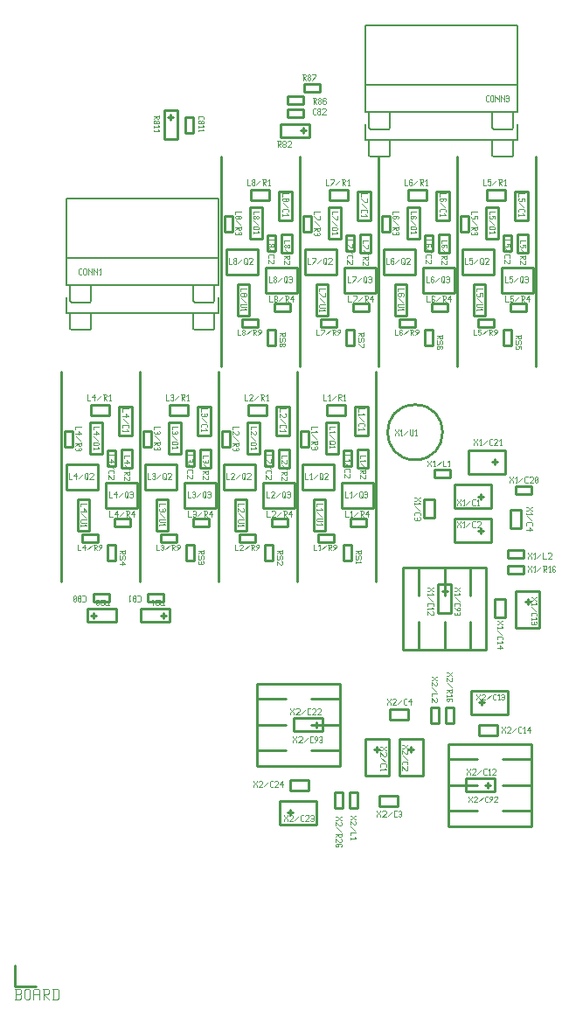
<source format=gbr>
G04 start of page 14 for group -4079 idx -4079 *
G04 Title: EPTPREAMPS, topsilk *
G04 Creator: pcb 1.99z *
G04 CreationDate: Do 09 Apr 2015 07:41:23 GMT UTC *
G04 For: stephan *
G04 Format: Gerber/RS-274X *
G04 PCB-Dimensions (mil): 2952.76 4724.41 *
G04 PCB-Coordinate-Origin: lower left *
%MOIN*%
%FSLAX25Y25*%
%LNTOPSILK*%
%ADD231C,0.0032*%
%ADD230C,0.0040*%
%ADD229C,0.0080*%
%ADD228C,0.0100*%
%ADD227C,0.0098*%
%ADD226C,0.0098*%
G54D226*X118000Y355441D02*Y275441D01*
X57000Y273441D02*Y193441D01*
X87000Y273441D02*Y193441D01*
X117000Y273441D02*Y193441D01*
X238000Y355441D02*Y275441D01*
X208000Y355441D02*Y275441D01*
X148000Y355441D02*Y275441D01*
X178000Y355441D02*Y275441D01*
X147000Y273441D02*Y193441D01*
X177000Y273441D02*Y193441D01*
X39370Y39371D02*Y47245D01*
Y39371D02*X47244D01*
G54D227*X144000Y243941D02*Y236941D01*
X140000D02*X144000D01*
X140000Y243941D02*Y236941D01*
Y243941D02*X144000D01*
G54D228*X67000Y183191D02*Y178191D01*
X78000D01*
Y183191D02*Y178191D01*
X67000Y183191D02*X78000D01*
X68500Y180691D02*X70500D01*
X69500Y181691D02*Y179691D01*
X107500Y370691D02*Y364691D01*
X104500D02*X107500D01*
X104500Y370691D02*Y364691D01*
Y370691D02*X107500D01*
X96250Y373191D02*X101250D01*
X96250D02*Y362191D01*
X101250D01*
Y373191D02*Y362191D01*
X98750Y371691D02*Y369691D01*
X97750Y370691D02*X99750D01*
X148500Y250941D02*Y244941D01*
Y250941D02*X151500D01*
Y244941D01*
X148500D02*X151500D01*
X158200Y242241D02*X162600D01*
X158200Y254241D02*Y242241D01*
X162600Y254141D02*Y242341D01*
X158200Y254241D02*X162500D01*
G54D227*X158250Y256941D02*X165250D01*
X158250Y260941D02*Y256941D01*
Y260941D02*X165250D01*
Y256941D01*
G54D226*X192000Y260941D02*G75*G03X192000Y260941I0J-10500D01*G01*
G54D228*X143250Y378441D02*X149250D01*
Y375441D01*
X143250D02*X149250D01*
X143250Y378441D02*Y375441D01*
X149750Y380191D02*X155750D01*
X149750Y383191D02*Y380191D01*
Y383191D02*X155750D01*
Y380191D01*
G54D229*X173000Y405441D02*Y372441D01*
Y382941D02*X231000D01*
Y405441D02*Y372441D01*
X173000Y405441D02*X231000D01*
X173000Y372441D02*X231000D01*
X173000Y361941D02*X231000D01*
X174500Y372441D02*Y366441D01*
X175000Y365941D01*
X182000D01*
X182500Y366441D01*
Y372441D02*Y366441D01*
X221500Y372441D02*Y366441D01*
X222000Y365941D01*
X229000D01*
X229500Y366441D01*
Y372441D02*Y366441D01*
X221500Y361941D02*Y355941D01*
X222000Y355441D01*
X229000D01*
X229500Y355941D01*
Y361941D02*Y355941D01*
X174500Y361941D02*Y355941D01*
X175000Y355441D01*
X182000D01*
X182500Y355941D01*
Y361941D02*Y355941D01*
X173000Y367941D02*Y361941D01*
X231000Y367941D02*Y361941D01*
G54D228*X146000Y231191D02*Y221691D01*
X134000D02*X146000D01*
X134000Y231191D02*X146000D01*
X134000D02*Y221691D01*
X119000Y238191D02*Y228691D01*
Y238191D02*X131000D01*
X119000Y228691D02*X131000D01*
Y238191D02*Y228691D01*
X137250Y214441D02*X143250D01*
X137250Y217441D02*Y214441D01*
Y217441D02*X143250D01*
Y214441D01*
X125000Y211691D02*X131000D01*
Y208691D01*
X125000D02*X131000D01*
X125000Y211691D02*Y208691D01*
X123300Y213041D02*X127700D01*
X123300Y225041D02*Y213041D01*
X127700Y224941D02*Y213141D01*
X123300Y225041D02*X127600D01*
X118500Y250941D02*Y244941D01*
Y250941D02*X121500D01*
Y244941D01*
X118500D02*X121500D01*
X128200Y242241D02*X132600D01*
X128200Y254241D02*Y242241D01*
X132600Y254141D02*Y242341D01*
X128200Y254241D02*X132500D01*
G54D227*X128250Y256941D02*X135250D01*
X128250Y260941D02*Y256941D01*
Y260941D02*X135250D01*
Y256941D01*
G54D228*X139000Y260191D02*X144000D01*
X139000D02*Y249191D01*
X144000D01*
Y260191D02*Y249191D01*
X137750Y243441D02*Y237441D01*
X134750D02*X137750D01*
X134750Y243441D02*Y237441D01*
Y243441D02*X137750D01*
X176000Y231191D02*Y221691D01*
X164000D02*X176000D01*
X164000Y231191D02*X176000D01*
X164000D02*Y221691D01*
X167250Y214441D02*X173250D01*
X167250Y217441D02*Y214441D01*
Y217441D02*X173250D01*
Y214441D01*
X155000Y211691D02*X161000D01*
Y208691D01*
X155000D02*X161000D01*
X155000Y211691D02*Y208691D01*
X153300Y213041D02*X157700D01*
X153300Y225041D02*Y213041D01*
X157700Y224941D02*Y213141D01*
X153300Y225041D02*X157600D01*
X149000Y238191D02*Y228691D01*
Y238191D02*X161000D01*
X149000Y228691D02*X161000D01*
Y238191D02*Y228691D01*
X167750Y207691D02*Y201691D01*
X164750D02*X167750D01*
X164750Y207691D02*Y201691D01*
Y207691D02*X167750D01*
X137750D02*Y201691D01*
X134750D02*X137750D01*
X134750Y207691D02*Y201691D01*
Y207691D02*X137750D01*
X107750D02*Y201691D01*
X104750D02*X107750D01*
X104750Y207691D02*Y201691D01*
Y207691D02*X107750D01*
X77750D02*Y201691D01*
X74750D02*X77750D01*
X74750Y207691D02*Y201691D01*
Y207691D02*X77750D01*
G54D226*X131752Y123193D02*X163248D01*
X131752Y154689D02*Y123193D01*
Y154689D02*X163248D01*
Y123193D01*
X152421Y138941D02*X163248D01*
X152421Y129098D02*X163248D01*
X152421Y148783D02*X163248D01*
X131752Y138941D02*X142579D01*
X131752Y129098D02*X142579D01*
X131752Y148783D02*X142579D01*
G54D228*X90000Y185941D02*X96000D01*
X90000Y188941D02*Y185941D01*
Y188941D02*X96000D01*
Y185941D01*
X98500Y183191D02*Y178191D01*
X87500Y183191D02*X98500D01*
X87500D02*Y178191D01*
X98500D01*
X95000Y180691D02*X97000D01*
X96000Y181691D02*Y179691D01*
X69500Y188941D02*X75500D01*
Y185941D01*
X69500D02*X75500D01*
X69500Y188941D02*Y185941D01*
X156750Y141441D02*Y136441D01*
X145750Y141441D02*X156750D01*
X145750D02*Y136441D01*
X156750D01*
X153250Y138941D02*X155250D01*
X154250Y139941D02*Y137941D01*
X222250Y118441D02*Y113441D01*
X211250Y118441D02*X222250D01*
X211250D02*Y113441D01*
X222250D01*
X218750Y115941D02*X220750D01*
X219750Y116941D02*Y114941D01*
X161250Y113191D02*Y107191D01*
Y113191D02*X164250D01*
Y107191D01*
X161250D02*X164250D01*
G54D227*X144500Y113941D02*X151500D01*
X144500Y117941D02*Y113941D01*
Y117941D02*X151500D01*
Y113941D01*
G54D228*X206750Y145691D02*Y139691D01*
X203750D02*X206750D01*
X203750Y145691D02*Y139691D01*
Y145691D02*X206750D01*
X170000Y113191D02*Y107191D01*
X167000D02*X170000D01*
X167000Y113191D02*Y107191D01*
Y113191D02*X170000D01*
G54D227*X178500Y111941D02*X185500D01*
Y107941D01*
X178500D02*X185500D01*
X178500Y111941D02*Y107941D01*
G54D228*X201000Y145691D02*Y139691D01*
X198000D02*X201000D01*
X198000Y145691D02*Y139691D01*
Y145691D02*X201000D01*
G54D227*X182500Y140941D02*X189500D01*
X182500Y144941D02*Y140941D01*
Y144941D02*X189500D01*
Y140941D01*
X216500Y138941D02*X223500D01*
Y134941D01*
X216500D02*X223500D01*
X216500Y138941D02*Y134941D01*
G54D228*X213500Y151941D02*Y142941D01*
X227500D01*
Y151941D02*Y142941D01*
X213500Y151941D02*X227500D01*
X216500Y147441D02*X218500D01*
X217500Y148441D02*Y146441D01*
X140500Y109941D02*Y100941D01*
X154500D01*
Y109941D02*Y100941D01*
X140500Y109941D02*X154500D01*
X143500Y105441D02*X145500D01*
X144500Y106441D02*Y104441D01*
X221000Y230441D02*Y221441D01*
X207000Y230441D02*X221000D01*
X207000D02*Y221441D01*
X221000D01*
X216000Y225941D02*X218000D01*
X217000Y226941D02*Y224941D01*
X221000Y217441D02*Y208441D01*
X207000Y217441D02*X221000D01*
X207000D02*Y208441D01*
X221000D01*
X216000Y212941D02*X218000D01*
X217000Y213941D02*Y211941D01*
G54D227*X199500Y224941D02*Y217941D01*
X195500D02*X199500D01*
X195500Y224941D02*Y217941D01*
Y224941D02*X199500D01*
X228500Y220941D02*Y213941D01*
Y220941D02*X232500D01*
Y213941D01*
X228500D02*X232500D01*
G54D228*X227250Y196691D02*X233250D01*
X227250Y199691D02*Y196691D01*
Y199691D02*X233250D01*
Y196691D01*
G54D227*X226500Y186941D02*Y179941D01*
X222500D02*X226500D01*
X222500Y186941D02*Y179941D01*
Y186941D02*X226500D01*
G54D228*Y243691D02*Y234691D01*
X212500Y243691D02*X226500D01*
X212500D02*Y234691D01*
X226500D01*
X221500Y239191D02*X223500D01*
X222500Y240191D02*Y238191D01*
X230500Y189941D02*X239500D01*
X230500D02*Y175941D01*
X239500D01*
Y189941D02*Y175941D01*
X235000Y186941D02*Y184941D01*
X234000Y185941D02*X236000D01*
X230500Y226941D02*X236500D01*
X230500Y229941D02*Y226941D01*
Y229941D02*X236500D01*
Y226941D01*
X199500Y233191D02*X205500D01*
X199500Y236191D02*Y233191D01*
Y236191D02*X205500D01*
Y233191D01*
X227250Y202441D02*X233250D01*
X227250Y205441D02*Y202441D01*
Y205441D02*X233250D01*
Y202441D01*
X200750Y192441D02*X205750D01*
X200750D02*Y181441D01*
X205750D01*
Y192441D02*Y181441D01*
X203250Y190941D02*Y188941D01*
X202250Y189941D02*X204250D01*
G54D227*X174000Y243941D02*Y236941D01*
X170000D02*X174000D01*
X170000Y243941D02*Y236941D01*
Y243941D02*X174000D01*
G54D228*X167750Y243441D02*Y237441D01*
X164750D02*X167750D01*
X164750Y243441D02*Y237441D01*
Y243441D02*X167750D01*
X169000Y260191D02*X174000D01*
X169000D02*Y249191D01*
X174000D01*
Y260191D02*Y249191D01*
X228750Y289691D02*Y283691D01*
X225750D02*X228750D01*
X225750Y289691D02*Y283691D01*
Y289691D02*X228750D01*
X198750D02*Y283691D01*
X195750D02*X198750D01*
X195750Y289691D02*Y283691D01*
Y289691D02*X198750D01*
X168750D02*Y283691D01*
X165750D02*X168750D01*
X165750Y289691D02*Y283691D01*
Y289691D02*X168750D01*
X173000Y133441D02*X182000D01*
X173000D02*Y119441D01*
X182000D01*
Y133441D02*Y119441D01*
X177500Y130441D02*Y128441D01*
X176500Y129441D02*X178500D01*
X186000Y133441D02*X195000D01*
X186000D02*Y119441D01*
X195000D01*
Y133441D02*Y119441D01*
X190500Y130441D02*Y128441D01*
X189500Y129441D02*X191500D01*
G54D226*X218998Y198939D02*Y167443D01*
X187502D02*X218998D01*
X187502Y198939D02*Y167443D01*
Y198939D02*X218998D01*
X203250D02*Y188112D01*
X213093Y198939D02*Y188112D01*
X193407Y198939D02*Y188112D01*
X203250Y178270D02*Y167443D01*
X213093Y178270D02*Y167443D01*
X193407Y178270D02*Y167443D01*
X204752Y131689D02*X236248D01*
Y100193D01*
X204752D01*
Y131689D01*
X215579Y115941D02*X204752D01*
X215579Y125783D02*X204752D01*
X215579Y106098D02*X204752D01*
X225421Y115941D02*X236248D01*
X225421Y125783D02*X236248D01*
X225421Y106098D02*X236248D01*
G54D228*X151750Y367941D02*Y362941D01*
X140750Y367941D02*X151750D01*
X140750D02*Y362941D01*
X151750D01*
X148250Y365441D02*X150250D01*
X149250Y366441D02*Y364441D01*
X143250Y370691D02*X149250D01*
X143250Y373691D02*Y370691D01*
Y373691D02*X149250D01*
Y370691D01*
X149500Y332941D02*Y326941D01*
Y332941D02*X152500D01*
Y326941D01*
X149500D02*X152500D01*
X140000Y342191D02*X145000D01*
X140000D02*Y331191D01*
X145000D01*
Y342191D02*Y331191D01*
G54D227*X129250Y338941D02*X136250D01*
X129250Y342941D02*Y338941D01*
Y342941D02*X136250D01*
Y338941D01*
G54D228*X129200Y324241D02*X133600D01*
X129200Y336241D02*Y324241D01*
X133600Y336141D02*Y324341D01*
X129200Y336241D02*X133500D01*
X119500Y332941D02*Y326941D01*
Y332941D02*X122500D01*
Y326941D01*
X119500D02*X122500D01*
X120000Y320191D02*Y310691D01*
Y320191D02*X132000D01*
X120000Y310691D02*X132000D01*
Y320191D02*Y310691D01*
X124300Y295041D02*X128700D01*
X124300Y307041D02*Y295041D01*
X128700Y306941D02*Y295141D01*
X124300Y307041D02*X128600D01*
X126000Y293691D02*X132000D01*
Y290691D01*
X126000D02*X132000D01*
X126000Y293691D02*Y290691D01*
X138250Y296441D02*X144250D01*
X138250Y299441D02*Y296441D01*
Y299441D02*X144250D01*
Y296441D01*
X138750Y289691D02*Y283691D01*
X135750D02*X138750D01*
X135750Y289691D02*Y283691D01*
Y289691D02*X138750D01*
X147000Y313191D02*Y303691D01*
X135000D02*X147000D01*
X135000Y313191D02*X147000D01*
X135000D02*Y303691D01*
X230000Y342191D02*X235000D01*
X230000D02*Y331191D01*
X235000D01*
Y342191D02*Y331191D01*
X228750Y325441D02*Y319441D01*
X225750D02*X228750D01*
X225750Y325441D02*Y319441D01*
Y325441D02*X228750D01*
G54D227*X235000Y325941D02*Y318941D01*
X231000D02*X235000D01*
X231000Y325941D02*Y318941D01*
Y325941D02*X235000D01*
G54D228*X214300Y295041D02*X218700D01*
X214300Y307041D02*Y295041D01*
X218700Y306941D02*Y295141D01*
X214300Y307041D02*X218600D01*
X216000Y293691D02*X222000D01*
Y290691D01*
X216000D02*X222000D01*
X216000Y293691D02*Y290691D01*
G54D227*X219250Y338941D02*X226250D01*
X219250Y342941D02*Y338941D01*
Y342941D02*X226250D01*
Y338941D01*
X189250D02*X196250D01*
X189250Y342941D02*Y338941D01*
Y342941D02*X196250D01*
Y338941D01*
G54D228*X219200Y324241D02*X223600D01*
X219200Y336241D02*Y324241D01*
X223600Y336141D02*Y324341D01*
X219200Y336241D02*X223500D01*
X189200Y324241D02*X193600D01*
X189200Y336241D02*Y324241D01*
X193600Y336141D02*Y324341D01*
X189200Y336241D02*X193500D01*
X179500Y332941D02*Y326941D01*
Y332941D02*X182500D01*
Y326941D01*
X179500D02*X182500D01*
X209500Y332941D02*Y326941D01*
Y332941D02*X212500D01*
Y326941D01*
X209500D02*X212500D01*
X200000Y342191D02*X205000D01*
X200000D02*Y331191D01*
X205000D01*
Y342191D02*Y331191D01*
X228250Y296441D02*X234250D01*
X228250Y299441D02*Y296441D01*
Y299441D02*X234250D01*
Y296441D01*
X210000Y320191D02*Y310691D01*
Y320191D02*X222000D01*
X210000Y310691D02*X222000D01*
Y320191D02*Y310691D01*
X237000Y313191D02*Y303691D01*
X225000D02*X237000D01*
X225000Y313191D02*X237000D01*
X225000D02*Y303691D01*
X198750Y325441D02*Y319441D01*
X195750D02*X198750D01*
X195750Y325441D02*Y319441D01*
Y325441D02*X198750D01*
G54D227*X205000Y325941D02*Y318941D01*
X201000D02*X205000D01*
X201000Y325941D02*Y318941D01*
Y325941D02*X205000D01*
G54D228*X184300Y295041D02*X188700D01*
X184300Y307041D02*Y295041D01*
X188700Y306941D02*Y295141D01*
X184300Y307041D02*X188600D01*
X186000Y293691D02*X192000D01*
Y290691D01*
X186000D02*X192000D01*
X186000Y293691D02*Y290691D01*
X198250Y296441D02*X204250D01*
X198250Y299441D02*Y296441D01*
Y299441D02*X204250D01*
Y296441D01*
X180000Y320191D02*Y310691D01*
Y320191D02*X192000D01*
X180000Y310691D02*X192000D01*
Y320191D02*Y310691D01*
X207000Y313191D02*Y303691D01*
X195000D02*X207000D01*
X195000Y313191D02*X207000D01*
X195000D02*Y303691D01*
X170000Y342191D02*X175000D01*
X170000D02*Y331191D01*
X175000D01*
Y342191D02*Y331191D01*
X168750Y325441D02*Y319441D01*
X165750D02*X168750D01*
X165750Y325441D02*Y319441D01*
Y325441D02*X168750D01*
G54D227*X175000Y325941D02*Y318941D01*
X171000D02*X175000D01*
X171000Y325941D02*Y318941D01*
Y325941D02*X175000D01*
X159250Y338941D02*X166250D01*
X159250Y342941D02*Y338941D01*
Y342941D02*X166250D01*
Y338941D01*
G54D228*X159200Y324241D02*X163600D01*
X159200Y336241D02*Y324241D01*
X163600Y336141D02*Y324341D01*
X159200Y336241D02*X163500D01*
X154300Y295041D02*X158700D01*
X154300Y307041D02*Y295041D01*
X158700Y306941D02*Y295141D01*
X154300Y307041D02*X158600D01*
X156000Y293691D02*X162000D01*
Y290691D01*
X156000D02*X162000D01*
X156000Y293691D02*Y290691D01*
X168250Y296441D02*X174250D01*
X168250Y299441D02*Y296441D01*
Y299441D02*X174250D01*
Y296441D01*
X150000Y320191D02*Y310691D01*
Y320191D02*X162000D01*
X150000Y310691D02*X162000D01*
Y320191D02*Y310691D01*
X177000Y313191D02*Y303691D01*
X165000D02*X177000D01*
X165000Y313191D02*X177000D01*
X165000D02*Y303691D01*
X138750Y325441D02*Y319441D01*
X135750D02*X138750D01*
X135750Y325441D02*Y319441D01*
Y325441D02*X138750D01*
G54D227*X145000Y325941D02*Y318941D01*
X141000D02*X145000D01*
X141000Y325941D02*Y318941D01*
Y325941D02*X145000D01*
G54D229*X59000Y339441D02*Y306441D01*
Y316941D02*X117000D01*
Y339441D02*Y306441D01*
X59000Y339441D02*X117000D01*
X59000Y306441D02*X117000D01*
X59000Y295941D02*X117000D01*
X60500Y306441D02*Y300441D01*
X61000Y299941D01*
X68000D01*
X68500Y300441D01*
Y306441D02*Y300441D01*
X107500Y306441D02*Y300441D01*
X108000Y299941D01*
X115000D01*
X115500Y300441D01*
Y306441D02*Y300441D01*
X107500Y295941D02*Y289941D01*
X108000Y289441D01*
X115000D01*
X115500Y289941D01*
Y295941D02*Y289941D01*
X60500Y295941D02*Y289941D01*
X61000Y289441D01*
X68000D01*
X68500Y289941D01*
Y295941D02*Y289941D01*
X59000Y301941D02*Y295941D01*
X117000Y301941D02*Y295941D01*
G54D228*X59000Y238191D02*Y228691D01*
Y238191D02*X71000D01*
X59000Y228691D02*X71000D01*
Y238191D02*Y228691D01*
X63300Y213041D02*X67700D01*
X63300Y225041D02*Y213041D01*
X67700Y224941D02*Y213141D01*
X63300Y225041D02*X67600D01*
X86000Y231191D02*Y221691D01*
X74000D02*X86000D01*
X74000Y231191D02*X86000D01*
X74000D02*Y221691D01*
X77250Y214441D02*X83250D01*
X77250Y217441D02*Y214441D01*
Y217441D02*X83250D01*
Y214441D01*
X65000Y211691D02*X71000D01*
Y208691D01*
X65000D02*X71000D01*
X65000Y211691D02*Y208691D01*
X58500Y250941D02*Y244941D01*
Y250941D02*X61500D01*
Y244941D01*
X58500D02*X61500D01*
X68200Y242241D02*X72600D01*
X68200Y254241D02*Y242241D01*
X72600Y254141D02*Y242341D01*
X68200Y254241D02*X72500D01*
G54D227*X68250Y256941D02*X75250D01*
X68250Y260941D02*Y256941D01*
Y260941D02*X75250D01*
Y256941D01*
X84000Y243941D02*Y236941D01*
X80000D02*X84000D01*
X80000Y243941D02*Y236941D01*
Y243941D02*X84000D01*
G54D228*X77750Y243441D02*Y237441D01*
X74750D02*X77750D01*
X74750Y243441D02*Y237441D01*
Y243441D02*X77750D01*
X79000Y260191D02*X84000D01*
X79000D02*Y249191D01*
X84000D01*
Y260191D02*Y249191D01*
X116000Y231191D02*Y221691D01*
X104000D02*X116000D01*
X104000Y231191D02*X116000D01*
X104000D02*Y221691D01*
X89000Y238191D02*Y228691D01*
Y238191D02*X101000D01*
X89000Y228691D02*X101000D01*
Y238191D02*Y228691D01*
X107250Y214441D02*X113250D01*
X107250Y217441D02*Y214441D01*
Y217441D02*X113250D01*
Y214441D01*
X95000Y211691D02*X101000D01*
Y208691D01*
X95000D02*X101000D01*
X95000Y211691D02*Y208691D01*
X93300Y213041D02*X97700D01*
X93300Y225041D02*Y213041D01*
X97700Y224941D02*Y213141D01*
X93300Y225041D02*X97600D01*
X88500Y250941D02*Y244941D01*
Y250941D02*X91500D01*
Y244941D01*
X88500D02*X91500D01*
X98200Y242241D02*X102600D01*
X98200Y254241D02*Y242241D01*
X102600Y254141D02*Y242341D01*
X98200Y254241D02*X102500D01*
G54D227*X98250Y256941D02*X105250D01*
X98250Y260941D02*Y256941D01*
Y260941D02*X105250D01*
Y256941D01*
X114000Y243941D02*Y236941D01*
X110000D02*X114000D01*
X110000Y243941D02*Y236941D01*
Y243941D02*X114000D01*
G54D228*X107750Y243441D02*Y237441D01*
X104750D02*X107750D01*
X104750Y243441D02*Y237441D01*
Y243441D02*X107750D01*
X109000Y260191D02*X114000D01*
X109000D02*Y249191D01*
X114000D01*
Y260191D02*Y249191D01*
G54D230*X39370Y34371D02*X41370D01*
X41870Y34871D01*
Y35871D02*Y34871D01*
X41370Y36371D02*X41870Y35871D01*
X39870Y36371D02*X41370D01*
X39870Y38371D02*Y34371D01*
X39370Y38371D02*X41370D01*
X41870Y37871D01*
Y36871D01*
X41370Y36371D02*X41870Y36871D01*
X43070Y37871D02*Y34871D01*
Y37871D02*X43570Y38371D01*
X44570D01*
X45070Y37871D01*
Y34871D01*
X44570Y34371D02*X45070Y34871D01*
X43570Y34371D02*X44570D01*
X43070Y34871D02*X43570Y34371D01*
X46270Y37871D02*Y34371D01*
Y37871D02*X46770Y38371D01*
X48270D01*
X48770Y37871D01*
Y34371D01*
X46270Y36371D02*X48770D01*
X49970Y38371D02*X51970D01*
X52470Y37871D01*
Y36871D01*
X51970Y36371D02*X52470Y36871D01*
X50470Y36371D02*X51970D01*
X50470Y38371D02*Y34371D01*
Y36371D02*X52470Y34371D01*
X54170Y38371D02*Y34371D01*
X55670Y38371D02*X56170Y37871D01*
Y34871D01*
X55670Y34371D02*X56170Y34871D01*
X53670Y34371D02*X55670D01*
X53670Y38371D02*X55670D01*
G54D231*X145500Y134391D02*Y134116D01*
X146875Y132741D01*
Y132191D01*
X145500Y132741D02*Y132191D01*
Y132741D02*X146875Y134116D01*
Y134391D02*Y134116D01*
X147535D02*X147810Y134391D01*
X148635D01*
X148910Y134116D01*
Y133566D01*
X147535Y132191D02*X148910Y133566D01*
X147535Y132191D02*X148910D01*
X149570Y132466D02*X151220Y134116D01*
X152155Y132191D02*X152980D01*
X151880Y132466D02*X152155Y132191D01*
X151880Y134116D02*Y132466D01*
Y134116D02*X152155Y134391D01*
X152980D01*
X153640Y132191D02*X154740Y133291D01*
Y134116D02*Y133291D01*
X154465Y134391D02*X154740Y134116D01*
X153915Y134391D02*X154465D01*
X153640Y134116D02*X153915Y134391D01*
X153640Y134116D02*Y133566D01*
X153915Y133291D01*
X154740D01*
X155400Y134116D02*X155675Y134391D01*
X156225D01*
X156500Y134116D01*
Y132466D01*
X156225Y132191D02*X156500Y132466D01*
X155675Y132191D02*X156225D01*
X155400Y132466D02*X155675Y132191D01*
Y133291D02*X156500D01*
X130250Y117391D02*Y117116D01*
X131625Y115741D01*
Y115191D01*
X130250Y115741D02*Y115191D01*
Y115741D02*X131625Y117116D01*
Y117391D02*Y117116D01*
X132285D02*X132560Y117391D01*
X133385D01*
X133660Y117116D01*
Y116566D01*
X132285Y115191D02*X133660Y116566D01*
X132285Y115191D02*X133660D01*
X134320Y115466D02*X135970Y117116D01*
X136905Y115191D02*X137730D01*
X136630Y115466D02*X136905Y115191D01*
X136630Y117116D02*Y115466D01*
Y117116D02*X136905Y117391D01*
X137730D01*
X138390Y117116D02*X138665Y117391D01*
X139490D01*
X139765Y117116D01*
Y116566D01*
X138390Y115191D02*X139765Y116566D01*
X138390Y115191D02*X139765D01*
X140425Y116291D02*X141525Y117391D01*
X140425Y116291D02*X141800D01*
X141525Y117391D02*Y115191D01*
X144500Y145141D02*Y144866D01*
X145875Y143491D01*
Y142941D01*
X144500Y143491D02*Y142941D01*
Y143491D02*X145875Y144866D01*
Y145141D02*Y144866D01*
X146535D02*X146810Y145141D01*
X147635D01*
X147910Y144866D01*
Y144316D01*
X146535Y142941D02*X147910Y144316D01*
X146535Y142941D02*X147910D01*
X148570Y143216D02*X150220Y144866D01*
X151155Y142941D02*X151980D01*
X150880Y143216D02*X151155Y142941D01*
X150880Y144866D02*Y143216D01*
Y144866D02*X151155Y145141D01*
X151980D01*
X152640Y144866D02*X152915Y145141D01*
X153740D01*
X154015Y144866D01*
Y144316D01*
X152640Y142941D02*X154015Y144316D01*
X152640Y142941D02*X154015D01*
X154675Y144866D02*X154950Y145141D01*
X155775D01*
X156050Y144866D01*
Y144316D01*
X154675Y142941D02*X156050Y144316D01*
X154675Y142941D02*X156050D01*
X142000Y104391D02*Y104116D01*
X143375Y102741D01*
Y102191D01*
X142000Y102741D02*Y102191D01*
Y102741D02*X143375Y104116D01*
Y104391D02*Y104116D01*
X144035D02*X144310Y104391D01*
X145135D01*
X145410Y104116D01*
Y103566D01*
X144035Y102191D02*X145410Y103566D01*
X144035Y102191D02*X145410D01*
X146070Y102466D02*X147720Y104116D01*
X148655Y102191D02*X149480D01*
X148380Y102466D02*X148655Y102191D01*
X148380Y104116D02*Y102466D01*
Y104116D02*X148655Y104391D01*
X149480D01*
X150140Y104116D02*X150415Y104391D01*
X151240D01*
X151515Y104116D01*
Y103566D01*
X150140Y102191D02*X151515Y103566D01*
X150140Y102191D02*X151515D01*
X152175Y104116D02*X152450Y104391D01*
X153000D01*
X153275Y104116D01*
Y102466D01*
X153000Y102191D02*X153275Y102466D01*
X152450Y102191D02*X153000D01*
X152175Y102466D02*X152450Y102191D01*
Y103291D02*X153275D01*
X163675Y103941D02*X163950D01*
X163675D02*X162300Y102566D01*
X161750D02*X162300D01*
X161750Y103941D02*X162300D01*
X163675Y102566D01*
X163950D01*
X163675Y101906D02*X163950Y101631D01*
Y100806D01*
X163675Y100531D01*
X163125D02*X163675D01*
X161750Y101906D02*X163125Y100531D01*
X161750Y101906D02*Y100531D01*
X162025Y99871D02*X163675Y98221D01*
X163950Y97561D02*Y96461D01*
X163675Y96186D01*
X163125D02*X163675D01*
X162850Y96461D02*X163125Y96186D01*
X162850Y97286D02*Y96461D01*
X161750Y97286D02*X163950D01*
X162850D02*X161750Y96186D01*
X163675Y95526D02*X163950Y95251D01*
Y94426D01*
X163675Y94151D01*
X163125D02*X163675D01*
X161750Y95526D02*X163125Y94151D01*
X161750Y95526D02*Y94151D01*
X163950Y92666D02*X163675Y92391D01*
X163950Y93216D02*Y92666D01*
X163675Y93491D02*X163950Y93216D01*
X162025Y93491D02*X163675D01*
X162025D02*X161750Y93216D01*
X162850Y92666D02*X162575Y92391D01*
X162850Y93491D02*Y92666D01*
X161750Y93216D02*Y92666D01*
X162025Y92391D01*
X162575D01*
X169175Y104191D02*X169450D01*
X169175D02*X167800Y102816D01*
X167250D02*X167800D01*
X167250Y104191D02*X167800D01*
X169175Y102816D01*
X169450D01*
X169175Y102156D02*X169450Y101881D01*
Y101056D01*
X169175Y100781D01*
X168625D02*X169175D01*
X167250Y102156D02*X168625Y100781D01*
X167250Y102156D02*Y100781D01*
X167525Y100121D02*X169175Y98471D01*
X167250Y97811D02*X169450D01*
X167250D02*Y96711D01*
Y95776D02*Y95226D01*
Y95501D02*X169450D01*
X168900Y96051D02*X169450Y95501D01*
X212250Y111641D02*Y111366D01*
X213625Y109991D01*
Y109441D01*
X212250Y109991D02*Y109441D01*
Y109991D02*X213625Y111366D01*
Y111641D02*Y111366D01*
X214285D02*X214560Y111641D01*
X215385D01*
X215660Y111366D01*
Y110816D01*
X214285Y109441D02*X215660Y110816D01*
X214285Y109441D02*X215660D01*
X216320Y109716D02*X217970Y111366D01*
X218905Y109441D02*X219730D01*
X218630Y109716D02*X218905Y109441D01*
X218630Y111366D02*Y109716D01*
Y111366D02*X218905Y111641D01*
X219730D01*
X220390Y109441D02*X221490Y110541D01*
Y111366D02*Y110541D01*
X221215Y111641D02*X221490Y111366D01*
X220665Y111641D02*X221215D01*
X220390Y111366D02*X220665Y111641D01*
X220390Y111366D02*Y110816D01*
X220665Y110541D01*
X221490D01*
X222150Y111366D02*X222425Y111641D01*
X223250D01*
X223525Y111366D01*
Y110816D01*
X222150Y109441D02*X223525Y110816D01*
X222150Y109441D02*X223525D01*
X177500Y106141D02*Y105866D01*
X178875Y104491D01*
Y103941D01*
X177500Y104491D02*Y103941D01*
Y104491D02*X178875Y105866D01*
Y106141D02*Y105866D01*
X179535D02*X179810Y106141D01*
X180635D01*
X180910Y105866D01*
Y105316D01*
X179535Y103941D02*X180910Y105316D01*
X179535Y103941D02*X180910D01*
X181570Y104216D02*X183220Y105866D01*
X184155Y103941D02*X184980D01*
X183880Y104216D02*X184155Y103941D01*
X183880Y105866D02*Y104216D01*
Y105866D02*X184155Y106141D01*
X184980D01*
X185640Y105866D02*X185915Y106141D01*
X186465D01*
X186740Y105866D01*
Y104216D01*
X186465Y103941D02*X186740Y104216D01*
X185915Y103941D02*X186465D01*
X185640Y104216D02*X185915Y103941D01*
Y105041D02*X186740D01*
X181250Y148891D02*Y148616D01*
X182625Y147241D01*
Y146691D01*
X181250Y147241D02*Y146691D01*
Y147241D02*X182625Y148616D01*
Y148891D02*Y148616D01*
X183285D02*X183560Y148891D01*
X184385D01*
X184660Y148616D01*
Y148066D01*
X183285Y146691D02*X184660Y148066D01*
X183285Y146691D02*X184660D01*
X185320Y146966D02*X186970Y148616D01*
X187905Y146691D02*X188730D01*
X187630Y146966D02*X187905Y146691D01*
X187630Y148616D02*Y146966D01*
Y148616D02*X187905Y148891D01*
X188730D01*
X189390Y147791D02*X190490Y148891D01*
X189390Y147791D02*X190765D01*
X190490Y148891D02*Y146691D01*
X205925Y158941D02*X206200D01*
X205925D02*X204550Y157566D01*
X204000D02*X204550D01*
X204000Y158941D02*X204550D01*
X205925Y157566D01*
X206200D01*
X205925Y156906D02*X206200Y156631D01*
Y155806D01*
X205925Y155531D01*
X205375D02*X205925D01*
X204000Y156906D02*X205375Y155531D01*
X204000Y156906D02*Y155531D01*
X204275Y154871D02*X205925Y153221D01*
X206200Y152561D02*Y151461D01*
X205925Y151186D01*
X205375D02*X205925D01*
X205100Y151461D02*X205375Y151186D01*
X205100Y152286D02*Y151461D01*
X204000Y152286D02*X206200D01*
X205100D02*X204000Y151186D01*
Y150251D02*Y149701D01*
Y149976D02*X206200D01*
X205650Y150526D02*X206200Y149976D01*
Y148216D02*X205925Y147941D01*
X206200Y148766D02*Y148216D01*
X205925Y149041D02*X206200Y148766D01*
X204275Y149041D02*X205925D01*
X204275D02*X204000Y148766D01*
X205100Y148216D02*X204825Y147941D01*
X205100Y149041D02*Y148216D01*
X204000Y148766D02*Y148216D01*
X204275Y147941D01*
X204825D01*
X200175Y157191D02*X200450D01*
X200175D02*X198800Y155816D01*
X198250D02*X198800D01*
X198250Y157191D02*X198800D01*
X200175Y155816D01*
X200450D01*
X200175Y155156D02*X200450Y154881D01*
Y154056D01*
X200175Y153781D01*
X199625D02*X200175D01*
X198250Y155156D02*X199625Y153781D01*
X198250Y155156D02*Y153781D01*
X198525Y153121D02*X200175Y151471D01*
X198250Y150811D02*X200450D01*
X198250D02*Y149711D01*
X200175Y149051D02*X200450Y148776D01*
Y147951D01*
X200175Y147676D01*
X199625D02*X200175D01*
X198250Y149051D02*X199625Y147676D01*
X198250Y149051D02*Y147676D01*
X215250Y150641D02*Y150366D01*
X216625Y148991D01*
Y148441D01*
X215250Y148991D02*Y148441D01*
Y148991D02*X216625Y150366D01*
Y150641D02*Y150366D01*
X217285D02*X217560Y150641D01*
X218385D01*
X218660Y150366D01*
Y149816D01*
X217285Y148441D02*X218660Y149816D01*
X217285Y148441D02*X218660D01*
X219320Y148716D02*X220970Y150366D01*
X221905Y148441D02*X222730D01*
X221630Y148716D02*X221905Y148441D01*
X221630Y150366D02*Y148716D01*
Y150366D02*X221905Y150641D01*
X222730D01*
X223665Y148441D02*X224215D01*
X223940Y150641D02*Y148441D01*
X223390Y150091D02*X223940Y150641D01*
X224875Y150366D02*X225150Y150641D01*
X225700D01*
X225975Y150366D01*
Y148716D01*
X225700Y148441D02*X225975Y148716D01*
X225150Y148441D02*X225700D01*
X224875Y148716D02*X225150Y148441D01*
Y149541D02*X225975D01*
X225175Y178441D02*X225450D01*
X225175D02*X223800Y177066D01*
X223250D02*X223800D01*
X223250Y178441D02*X223800D01*
X225175Y177066D01*
X225450D01*
X223250Y176131D02*Y175581D01*
Y175856D02*X225450D01*
X224900Y176406D02*X225450Y175856D01*
X223525Y174921D02*X225175Y173271D01*
X223250Y172336D02*Y171511D01*
X223525Y172611D02*X223250Y172336D01*
X223525Y172611D02*X225175D01*
X225450Y172336D01*
Y171511D01*
X223250Y170576D02*Y170026D01*
Y170301D02*X225450D01*
X224900Y170851D02*X225450Y170301D01*
X224350Y169366D02*X225450Y168266D01*
X224350Y169366D02*Y167991D01*
X223250Y168266D02*X225450D01*
X225000Y138141D02*Y137866D01*
X226375Y136491D01*
Y135941D01*
X225000Y136491D02*Y135941D01*
Y136491D02*X226375Y137866D01*
Y138141D02*Y137866D01*
X227035D02*X227310Y138141D01*
X228135D01*
X228410Y137866D01*
Y137316D01*
X227035Y135941D02*X228410Y137316D01*
X227035Y135941D02*X228410D01*
X229070Y136216D02*X230720Y137866D01*
X231655Y135941D02*X232480D01*
X231380Y136216D02*X231655Y135941D01*
X231380Y137866D02*Y136216D01*
Y137866D02*X231655Y138141D01*
X232480D01*
X233415Y135941D02*X233965D01*
X233690Y138141D02*Y135941D01*
X233140Y137591D02*X233690Y138141D01*
X234625Y137041D02*X235725Y138141D01*
X234625Y137041D02*X236000D01*
X235725Y138141D02*Y135941D01*
X211750Y122141D02*Y121866D01*
X213125Y120491D01*
Y119941D01*
X211750Y120491D02*Y119941D01*
Y120491D02*X213125Y121866D01*
Y122141D02*Y121866D01*
X213785D02*X214060Y122141D01*
X214885D01*
X215160Y121866D01*
Y121316D01*
X213785Y119941D02*X215160Y121316D01*
X213785Y119941D02*X215160D01*
X215820Y120216D02*X217470Y121866D01*
X218405Y119941D02*X219230D01*
X218130Y120216D02*X218405Y119941D01*
X218130Y121866D02*Y120216D01*
Y121866D02*X218405Y122141D01*
X219230D01*
X220165Y119941D02*X220715D01*
X220440Y122141D02*Y119941D01*
X219890Y121591D02*X220440Y122141D01*
X221375Y121866D02*X221650Y122141D01*
X222475D01*
X222750Y121866D01*
Y121316D01*
X221375Y119941D02*X222750Y121316D01*
X221375Y119941D02*X222750D01*
X180675Y130441D02*X180950D01*
X180675D02*X179300Y129066D01*
X178750D02*X179300D01*
X178750Y130441D02*X179300D01*
X180675Y129066D01*
X180950D01*
X180675Y128406D02*X180950Y128131D01*
Y127306D01*
X180675Y127031D01*
X180125D02*X180675D01*
X178750Y128406D02*X180125Y127031D01*
X178750Y128406D02*Y127031D01*
X179025Y126371D02*X180675Y124721D01*
X178750Y123786D02*Y122961D01*
X179025Y124061D02*X178750Y123786D01*
X179025Y124061D02*X180675D01*
X180950Y123786D01*
Y122961D01*
X178750Y122026D02*Y121476D01*
Y121751D02*X180950D01*
X180400Y122301D02*X180950Y121751D01*
X188925Y131191D02*X189200D01*
X188925D02*X187550Y129816D01*
X187000D02*X187550D01*
X187000Y131191D02*X187550D01*
X188925Y129816D01*
X189200D01*
X188925Y129156D02*X189200Y128881D01*
Y128056D01*
X188925Y127781D01*
X188375D02*X188925D01*
X187000Y129156D02*X188375Y127781D01*
X187000Y129156D02*Y127781D01*
X187275Y127121D02*X188925Y125471D01*
X187000Y124536D02*Y123711D01*
X187275Y124811D02*X187000Y124536D01*
X187275Y124811D02*X188925D01*
X189200Y124536D01*
Y123711D01*
X188925Y123051D02*X189200Y122776D01*
Y121951D01*
X188925Y121676D01*
X188375D02*X188925D01*
X187000Y123051D02*X188375Y121676D01*
X187000Y123051D02*Y121676D01*
X214500Y247891D02*Y247616D01*
X215875Y246241D01*
Y245691D01*
X214500Y246241D02*Y245691D01*
Y246241D02*X215875Y247616D01*
Y247891D02*Y247616D01*
X216810Y245691D02*X217360D01*
X217085Y247891D02*Y245691D01*
X216535Y247341D02*X217085Y247891D01*
X218020Y245966D02*X219670Y247616D01*
X220605Y245691D02*X221430D01*
X220330Y245966D02*X220605Y245691D01*
X220330Y247616D02*Y245966D01*
Y247616D02*X220605Y247891D01*
X221430D01*
X222090Y247616D02*X222365Y247891D01*
X223190D01*
X223465Y247616D01*
Y247066D01*
X222090Y245691D02*X223465Y247066D01*
X222090Y245691D02*X223465D01*
X224400D02*X224950D01*
X224675Y247891D02*Y245691D01*
X224125Y247341D02*X224675Y247891D01*
X228000Y233391D02*Y233116D01*
X229375Y231741D01*
Y231191D01*
X228000Y231741D02*Y231191D01*
Y231741D02*X229375Y233116D01*
Y233391D02*Y233116D01*
X230310Y231191D02*X230860D01*
X230585Y233391D02*Y231191D01*
X230035Y232841D02*X230585Y233391D01*
X231520Y231466D02*X233170Y233116D01*
X234105Y231191D02*X234930D01*
X233830Y231466D02*X234105Y231191D01*
X233830Y233116D02*Y231466D01*
Y233116D02*X234105Y233391D01*
X234930D01*
X235590Y233116D02*X235865Y233391D01*
X236690D01*
X236965Y233116D01*
Y232566D01*
X235590Y231191D02*X236965Y232566D01*
X235590Y231191D02*X236965D01*
X237625Y231466D02*X237900Y231191D01*
X237625Y233116D02*Y231466D01*
Y233116D02*X237900Y233391D01*
X238450D01*
X238725Y233116D01*
Y231466D01*
X238450Y231191D02*X238725Y231466D01*
X237900Y231191D02*X238450D01*
X237625Y231741D02*X238725Y232841D01*
X208000Y224891D02*Y224616D01*
X209375Y223241D01*
Y222691D01*
X208000Y223241D02*Y222691D01*
Y223241D02*X209375Y224616D01*
Y224891D02*Y224616D01*
X210310Y222691D02*X210860D01*
X210585Y224891D02*Y222691D01*
X210035Y224341D02*X210585Y224891D01*
X211520Y222966D02*X213170Y224616D01*
X214105Y222691D02*X214930D01*
X213830Y222966D02*X214105Y222691D01*
X213830Y224616D02*Y222966D01*
Y224616D02*X214105Y224891D01*
X214930D01*
X215865Y222691D02*X216415D01*
X216140Y224891D02*Y222691D01*
X215590Y224341D02*X216140Y224891D01*
X208000Y216391D02*Y216116D01*
X209375Y214741D01*
Y214191D01*
X208000Y214741D02*Y214191D01*
Y214741D02*X209375Y216116D01*
Y216391D02*Y216116D01*
X210310Y214191D02*X210860D01*
X210585Y216391D02*Y214191D01*
X210035Y215841D02*X210585Y216391D01*
X211520Y214466D02*X213170Y216116D01*
X214105Y214191D02*X214930D01*
X213830Y214466D02*X214105Y214191D01*
X213830Y216116D02*Y214466D01*
Y216116D02*X214105Y216391D01*
X214930D01*
X215590Y216116D02*X215865Y216391D01*
X216690D01*
X216965Y216116D01*
Y215566D01*
X215590Y214191D02*X216965Y215566D01*
X215590Y214191D02*X216965D01*
X208925Y191191D02*X209200D01*
X208925D02*X207550Y189816D01*
X207000D02*X207550D01*
X207000Y191191D02*X207550D01*
X208925Y189816D01*
X209200D01*
X207000Y188881D02*Y188331D01*
Y188606D02*X209200D01*
X208650Y189156D02*X209200Y188606D01*
X207275Y187671D02*X208925Y186021D01*
X207000Y185086D02*Y184261D01*
X207275Y185361D02*X207000Y185086D01*
X207275Y185361D02*X208925D01*
X209200Y185086D01*
Y184261D01*
X207000Y183601D02*X208100Y182501D01*
X208925D01*
X209200Y182776D02*X208925Y182501D01*
X209200Y183326D02*Y182776D01*
X208925Y183601D02*X209200Y183326D01*
X208375Y183601D02*X208925D01*
X208375D02*X208100Y183326D01*
Y182501D01*
X208925Y181841D02*X209200Y181566D01*
Y181016D01*
X208925Y180741D01*
X207275D02*X208925D01*
X207000Y181016D02*X207275Y180741D01*
X207000Y181566D02*Y181016D01*
X207275Y181841D02*X207000Y181566D01*
X208100D02*Y180741D01*
X236425Y221941D02*X236700D01*
X236425D02*X235050Y220566D01*
X234500D02*X235050D01*
X234500Y221941D02*X235050D01*
X236425Y220566D01*
X236700D01*
X234500Y219631D02*Y219081D01*
Y219356D02*X236700D01*
X236150Y219906D02*X236700Y219356D01*
X234775Y218421D02*X236425Y216771D01*
X234500Y215836D02*Y215011D01*
X234775Y216111D02*X234500Y215836D01*
X234775Y216111D02*X236425D01*
X236700Y215836D01*
Y215011D01*
X235600Y214351D02*X236700Y213251D01*
X235600Y214351D02*Y212976D01*
X234500Y213251D02*X236700D01*
X235000Y199391D02*Y199116D01*
X236375Y197741D01*
Y197191D01*
X235000Y197741D02*Y197191D01*
Y197741D02*X236375Y199116D01*
Y199391D02*Y199116D01*
X237310Y197191D02*X237860D01*
X237585Y199391D02*Y197191D01*
X237035Y198841D02*X237585Y199391D01*
X238520Y197466D02*X240170Y199116D01*
X240830Y199391D02*X241930D01*
X242205Y199116D01*
Y198566D01*
X241930Y198291D02*X242205Y198566D01*
X241105Y198291D02*X241930D01*
X241105Y199391D02*Y197191D01*
Y198291D02*X242205Y197191D01*
X243140D02*X243690D01*
X243415Y199391D02*Y197191D01*
X242865Y198841D02*X243415Y199391D01*
X245175D02*X245450Y199116D01*
X244625Y199391D02*X245175D01*
X244350Y199116D02*X244625Y199391D01*
X244350Y199116D02*Y197466D01*
X244625Y197191D01*
X245175Y198291D02*X245450Y198016D01*
X244350Y198291D02*X245175D01*
X244625Y197191D02*X245175D01*
X245450Y197466D01*
Y198016D02*Y197466D01*
X238175Y187441D02*X238450D01*
X238175D02*X236800Y186066D01*
X236250D02*X236800D01*
X236250Y187441D02*X236800D01*
X238175Y186066D01*
X238450D01*
X236250Y185131D02*Y184581D01*
Y184856D02*X238450D01*
X237900Y185406D02*X238450Y184856D01*
X236525Y183921D02*X238175Y182271D01*
X236250Y181336D02*Y180511D01*
X236525Y181611D02*X236250Y181336D01*
X236525Y181611D02*X238175D01*
X238450Y181336D01*
Y180511D01*
X236250Y179576D02*Y179026D01*
Y179301D02*X238450D01*
X237900Y179851D02*X238450Y179301D01*
X238175Y178366D02*X238450Y178091D01*
Y177541D01*
X238175Y177266D01*
X236525D02*X238175D01*
X236250Y177541D02*X236525Y177266D01*
X236250Y178091D02*Y177541D01*
X236525Y178366D02*X236250Y178091D01*
X237350D02*Y177266D01*
X235000Y204391D02*Y204116D01*
X236375Y202741D01*
Y202191D01*
X235000Y202741D02*Y202191D01*
Y202741D02*X236375Y204116D01*
Y204391D02*Y204116D01*
X237310Y202191D02*X237860D01*
X237585Y204391D02*Y202191D01*
X237035Y203841D02*X237585Y204391D01*
X238520Y202466D02*X240170Y204116D01*
X240830Y204391D02*Y202191D01*
X241930D01*
X242590Y204116D02*X242865Y204391D01*
X243690D01*
X243965Y204116D01*
Y203566D01*
X242590Y202191D02*X243965Y203566D01*
X242590Y202191D02*X243965D01*
X198675Y191191D02*X198950D01*
X198675D02*X197300Y189816D01*
X196750D02*X197300D01*
X196750Y191191D02*X197300D01*
X198675Y189816D01*
X198950D01*
X196750Y188881D02*Y188331D01*
Y188606D02*X198950D01*
X198400Y189156D02*X198950Y188606D01*
X197025Y187671D02*X198675Y186021D01*
X196750Y185086D02*Y184261D01*
X197025Y185361D02*X196750Y185086D01*
X197025Y185361D02*X198675D01*
X198950Y185086D01*
Y184261D01*
X196750Y183326D02*Y182776D01*
Y183051D02*X198950D01*
X198400Y183601D02*X198950Y183051D01*
X198675Y182116D02*X198950Y181841D01*
Y181016D01*
X198675Y180741D01*
X198125D02*X198675D01*
X196750Y182116D02*X198125Y180741D01*
X196750Y182116D02*Y180741D01*
X184250Y289641D02*Y287441D01*
X185350D01*
X186835Y289641D02*X187110Y289366D01*
X186285Y289641D02*X186835D01*
X186010Y289366D02*X186285Y289641D01*
X186010Y289366D02*Y287716D01*
X186285Y287441D01*
X186835Y288541D02*X187110Y288266D01*
X186010Y288541D02*X186835D01*
X186285Y287441D02*X186835D01*
X187110Y287716D01*
Y288266D02*Y287716D01*
X187770D02*X189420Y289366D01*
X190080Y289641D02*X191180D01*
X191455Y289366D01*
Y288816D01*
X191180Y288541D02*X191455Y288816D01*
X190355Y288541D02*X191180D01*
X190355Y289641D02*Y287441D01*
Y288541D02*X191455Y287441D01*
X192115D02*X193215Y288541D01*
Y289366D02*Y288541D01*
X192940Y289641D02*X193215Y289366D01*
X192390Y289641D02*X192940D01*
X192115Y289366D02*X192390Y289641D01*
X192115Y289366D02*Y288816D01*
X192390Y288541D01*
X193215D01*
X202450Y287441D02*Y286341D01*
X202175Y286066D01*
X201625D02*X202175D01*
X201350Y286341D02*X201625Y286066D01*
X201350Y287166D02*Y286341D01*
X200250Y287166D02*X202450D01*
X201350D02*X200250Y286066D01*
X202450Y284306D02*X202175Y284031D01*
X202450Y285131D02*Y284306D01*
X202175Y285406D02*X202450Y285131D01*
X201625Y285406D02*X202175D01*
X201625D02*X201350Y285131D01*
Y284306D01*
X201075Y284031D01*
X200525D02*X201075D01*
X200250Y284306D02*X200525Y284031D01*
X200250Y285131D02*Y284306D01*
X200525Y285406D02*X200250Y285131D01*
X202450Y282546D02*X202175Y282271D01*
X202450Y283096D02*Y282546D01*
X202175Y283371D02*X202450Y283096D01*
X200525Y283371D02*X202175D01*
X200525D02*X200250Y283096D01*
X201350Y282546D02*X201075Y282271D01*
X201350Y283371D02*Y282546D01*
X200250Y283096D02*Y282546D01*
X200525Y282271D01*
X201075D01*
X185500Y305191D02*X187700D01*
X185500D02*Y304091D01*
X187700Y302606D02*X187425Y302331D01*
X187700Y303156D02*Y302606D01*
X187425Y303431D02*X187700Y303156D01*
X185775Y303431D02*X187425D01*
X185775D02*X185500Y303156D01*
X186600Y302606D02*X186325Y302331D01*
X186600Y303431D02*Y302606D01*
X185500Y303156D02*Y302606D01*
X185775Y302331D01*
X186325D01*
X185775Y301671D02*X187425Y300021D01*
X185775Y299361D02*X187700D01*
X185775D02*X185500Y299086D01*
Y298536D01*
X185775Y298261D01*
X187700D01*
X185500Y297326D02*Y296776D01*
Y297051D02*X187700D01*
X187150Y297601D02*X187700Y297051D01*
X196000Y323941D02*X198200D01*
X196000D02*Y322841D01*
X198200Y321356D02*X197925Y321081D01*
X198200Y321906D02*Y321356D01*
X197925Y322181D02*X198200Y321906D01*
X196275Y322181D02*X197925D01*
X196275D02*X196000Y321906D01*
X197100Y321356D02*X196825Y321081D01*
X197100Y322181D02*Y321356D01*
X196000Y321906D02*Y321356D01*
X196275Y321081D01*
X196825D01*
X196275Y320421D02*X197925Y318771D01*
X196000Y317836D02*Y317011D01*
X196275Y318111D02*X196000Y317836D01*
X196275Y318111D02*X197925D01*
X198200Y317836D01*
Y317011D01*
X197925Y316351D02*X198200Y316076D01*
Y315251D01*
X197925Y314976D01*
X197375D02*X197925D01*
X196000Y316351D02*X197375Y314976D01*
X196000Y316351D02*Y314976D01*
X202000Y323691D02*X204200D01*
X202000D02*Y322591D01*
X204200Y321106D02*X203925Y320831D01*
X204200Y321656D02*Y321106D01*
X203925Y321931D02*X204200Y321656D01*
X202275Y321931D02*X203925D01*
X202275D02*X202000Y321656D01*
X203100Y321106D02*X202825Y320831D01*
X203100Y321931D02*Y321106D01*
X202000Y321656D02*Y321106D01*
X202275Y320831D01*
X202825D01*
X202275Y320171D02*X203925Y318521D01*
X204200Y317861D02*Y316761D01*
X203925Y316486D01*
X203375D02*X203925D01*
X203100Y316761D02*X203375Y316486D01*
X203100Y317586D02*Y316761D01*
X202000Y317586D02*X204200D01*
X203100D02*X202000Y316486D01*
X203925Y315826D02*X204200Y315551D01*
Y314726D01*
X203925Y314451D01*
X203375D02*X203925D01*
X202000Y315826D02*X203375Y314451D01*
X202000Y315826D02*Y314451D01*
X196500Y302391D02*Y300191D01*
X197600D01*
X199085Y302391D02*X199360Y302116D01*
X198535Y302391D02*X199085D01*
X198260Y302116D02*X198535Y302391D01*
X198260Y302116D02*Y300466D01*
X198535Y300191D01*
X199085Y301291D02*X199360Y301016D01*
X198260Y301291D02*X199085D01*
X198535Y300191D02*X199085D01*
X199360Y300466D01*
Y301016D02*Y300466D01*
X200020D02*X201670Y302116D01*
X202330Y302391D02*X203430D01*
X203705Y302116D01*
Y301566D01*
X203430Y301291D02*X203705Y301566D01*
X202605Y301291D02*X203430D01*
X202605Y302391D02*Y300191D01*
Y301291D02*X203705Y300191D01*
X204365Y301291D02*X205465Y302391D01*
X204365Y301291D02*X205740D01*
X205465Y302391D02*Y300191D01*
X196250Y309891D02*Y307691D01*
X197350D01*
X198835Y309891D02*X199110Y309616D01*
X198285Y309891D02*X198835D01*
X198010Y309616D02*X198285Y309891D01*
X198010Y309616D02*Y307966D01*
X198285Y307691D01*
X198835Y308791D02*X199110Y308516D01*
X198010Y308791D02*X198835D01*
X198285Y307691D02*X198835D01*
X199110Y307966D01*
Y308516D02*Y307966D01*
X199770D02*X201420Y309616D01*
X202080D02*Y307966D01*
Y309616D02*X202355Y309891D01*
X202905D01*
X203180Y309616D01*
Y307966D01*
X202905Y307691D02*X203180Y307966D01*
X202355Y307691D02*X202905D01*
X202080Y307966D02*X202355Y307691D01*
X202630Y308241D02*X203180Y307691D01*
X203840Y309616D02*X204115Y309891D01*
X204665D01*
X204940Y309616D01*
Y307966D01*
X204665Y307691D02*X204940Y307966D01*
X204115Y307691D02*X204665D01*
X203840Y307966D02*X204115Y307691D01*
Y308791D02*X204940D01*
X166000Y323941D02*X168200D01*
X166000D02*Y322841D01*
Y322181D02*X167375Y320806D01*
X168200D01*
Y322181D02*Y320806D01*
X166275Y320146D02*X167925Y318496D01*
X166000Y317561D02*Y316736D01*
X166275Y317836D02*X166000Y317561D01*
X166275Y317836D02*X167925D01*
X168200Y317561D01*
Y316736D01*
X167925Y316076D02*X168200Y315801D01*
Y314976D01*
X167925Y314701D01*
X167375D02*X167925D01*
X166000Y316076D02*X167375Y314701D01*
X166000Y316076D02*Y314701D01*
X172450Y288441D02*Y287341D01*
X172175Y287066D01*
X171625D02*X172175D01*
X171350Y287341D02*X171625Y287066D01*
X171350Y288166D02*Y287341D01*
X170250Y288166D02*X172450D01*
X171350D02*X170250Y287066D01*
X172450Y285306D02*X172175Y285031D01*
X172450Y286131D02*Y285306D01*
X172175Y286406D02*X172450Y286131D01*
X171625Y286406D02*X172175D01*
X171625D02*X171350Y286131D01*
Y285306D01*
X171075Y285031D01*
X170525D02*X171075D01*
X170250Y285306D02*X170525Y285031D01*
X170250Y286131D02*Y285306D01*
X170525Y286406D02*X170250Y286131D01*
Y284371D02*X171625Y282996D01*
X172450D01*
Y284371D02*Y282996D01*
X142450Y288441D02*Y287341D01*
X142175Y287066D01*
X141625D02*X142175D01*
X141350Y287341D02*X141625Y287066D01*
X141350Y288166D02*Y287341D01*
X140250Y288166D02*X142450D01*
X141350D02*X140250Y287066D01*
X142450Y285306D02*X142175Y285031D01*
X142450Y286131D02*Y285306D01*
X142175Y286406D02*X142450Y286131D01*
X141625Y286406D02*X142175D01*
X141625D02*X141350Y286131D01*
Y285306D01*
X141075Y285031D01*
X140525D02*X141075D01*
X140250Y285306D02*X140525Y285031D01*
X140250Y286131D02*Y285306D01*
X140525Y286406D02*X140250Y286131D01*
X140525Y284371D02*X140250Y284096D01*
X140525Y284371D02*X141075D01*
X141350Y284096D01*
Y283546D01*
X141075Y283271D01*
X140525D02*X141075D01*
X140250Y283546D02*X140525Y283271D01*
X140250Y284096D02*Y283546D01*
X141625Y284371D02*X141350Y284096D01*
X141625Y284371D02*X142175D01*
X142450Y284096D01*
Y283546D01*
X142175Y283271D01*
X141625D02*X142175D01*
X141350Y283546D02*X141625Y283271D01*
X153250Y207641D02*Y205441D01*
X154350D01*
X155285D02*X155835D01*
X155560Y207641D02*Y205441D01*
X155010Y207091D02*X155560Y207641D01*
X156495Y205716D02*X158145Y207366D01*
X158805Y207641D02*X159905D01*
X160180Y207366D01*
Y206816D01*
X159905Y206541D02*X160180Y206816D01*
X159080Y206541D02*X159905D01*
X159080Y207641D02*Y205441D01*
Y206541D02*X160180Y205441D01*
X160840D02*X161940Y206541D01*
Y207366D02*Y206541D01*
X161665Y207641D02*X161940Y207366D01*
X161115Y207641D02*X161665D01*
X160840Y207366D02*X161115Y207641D01*
X160840Y207366D02*Y206816D01*
X161115Y206541D01*
X161940D01*
X171450Y205441D02*Y204341D01*
X171175Y204066D01*
X170625D02*X171175D01*
X170350Y204341D02*X170625Y204066D01*
X170350Y205166D02*Y204341D01*
X169250Y205166D02*X171450D01*
X170350D02*X169250Y204066D01*
X171450Y202306D02*X171175Y202031D01*
X171450Y203131D02*Y202306D01*
X171175Y203406D02*X171450Y203131D01*
X170625Y203406D02*X171175D01*
X170625D02*X170350Y203131D01*
Y202306D01*
X170075Y202031D01*
X169525D02*X170075D01*
X169250Y202306D02*X169525Y202031D01*
X169250Y203131D02*Y202306D01*
X169525Y203406D02*X169250Y203131D01*
Y201096D02*Y200546D01*
Y200821D02*X171450D01*
X170900Y201371D02*X171450Y200821D01*
X165500Y220391D02*Y218191D01*
X166600D01*
X167535D02*X168085D01*
X167810Y220391D02*Y218191D01*
X167260Y219841D02*X167810Y220391D01*
X168745Y218466D02*X170395Y220116D01*
X171055Y220391D02*X172155D01*
X172430Y220116D01*
Y219566D01*
X172155Y219291D02*X172430Y219566D01*
X171330Y219291D02*X172155D01*
X171330Y220391D02*Y218191D01*
Y219291D02*X172430Y218191D01*
X173090Y219291D02*X174190Y220391D01*
X173090Y219291D02*X174465D01*
X174190Y220391D02*Y218191D01*
X154500Y223191D02*X156700D01*
X154500D02*Y222091D01*
Y221156D02*Y220606D01*
Y220881D02*X156700D01*
X156150Y221431D02*X156700Y220881D01*
X154775Y219946D02*X156425Y218296D01*
X154775Y217636D02*X156700D01*
X154775D02*X154500Y217361D01*
Y216811D01*
X154775Y216536D01*
X156700D01*
X154500Y215601D02*Y215051D01*
Y215326D02*X156700D01*
X156150Y215876D02*X156700Y215326D01*
X171000Y241691D02*X173200D01*
X171000D02*Y240591D01*
Y239656D02*Y239106D01*
Y239381D02*X173200D01*
X172650Y239931D02*X173200Y239381D01*
X171275Y238446D02*X172925Y236796D01*
X173200Y236136D02*Y235036D01*
X172925Y234761D01*
X172375D02*X172925D01*
X172100Y235036D02*X172375Y234761D01*
X172100Y235861D02*Y235036D01*
X171000Y235861D02*X173200D01*
X172100D02*X171000Y234761D01*
X172925Y234101D02*X173200Y233826D01*
Y233001D01*
X172925Y232726D01*
X172375D02*X172925D01*
X171000Y234101D02*X172375Y232726D01*
X171000Y234101D02*Y232726D01*
X165000Y241941D02*X167200D01*
X165000D02*Y240841D01*
Y239906D02*Y239356D01*
Y239631D02*X167200D01*
X166650Y240181D02*X167200Y239631D01*
X165275Y238696D02*X166925Y237046D01*
X165000Y236111D02*Y235286D01*
X165275Y236386D02*X165000Y236111D01*
X165275Y236386D02*X166925D01*
X167200Y236111D01*
Y235286D01*
X166925Y234626D02*X167200Y234351D01*
Y233526D01*
X166925Y233251D01*
X166375D02*X166925D01*
X165000Y234626D02*X166375Y233251D01*
X165000Y234626D02*Y233251D01*
X165250Y227891D02*Y225691D01*
X166350D01*
X167285D02*X167835D01*
X167560Y227891D02*Y225691D01*
X167010Y227341D02*X167560Y227891D01*
X168495Y225966D02*X170145Y227616D01*
X170805D02*Y225966D01*
Y227616D02*X171080Y227891D01*
X171630D01*
X171905Y227616D01*
Y225966D01*
X171630Y225691D02*X171905Y225966D01*
X171080Y225691D02*X171630D01*
X170805Y225966D02*X171080Y225691D01*
X171355Y226241D02*X171905Y225691D01*
X172565Y227616D02*X172840Y227891D01*
X173390D01*
X173665Y227616D01*
Y225966D01*
X173390Y225691D02*X173665Y225966D01*
X172840Y225691D02*X173390D01*
X172565Y225966D02*X172840Y225691D01*
Y226791D02*X173665D01*
X159250Y252691D02*X161450D01*
X159250D02*Y251591D01*
Y250656D02*Y250106D01*
Y250381D02*X161450D01*
X160900Y250931D02*X161450Y250381D01*
X159525Y249446D02*X161175Y247796D01*
X159525Y247136D02*X161175D01*
X161450Y246861D01*
Y246311D01*
X161175Y246036D01*
X159525D02*X161175D01*
X159250Y246311D02*X159525Y246036D01*
X159250Y246861D02*Y246311D01*
X159525Y247136D02*X159250Y246861D01*
X159800Y246586D02*X159250Y246036D01*
Y245101D02*Y244551D01*
Y244826D02*X161450D01*
X160900Y245376D02*X161450Y244826D01*
X157000Y264891D02*Y262691D01*
X158100D01*
X159035D02*X159585D01*
X159310Y264891D02*Y262691D01*
X158760Y264341D02*X159310Y264891D01*
X160245Y262966D02*X161895Y264616D01*
X162555Y264891D02*X163655D01*
X163930Y264616D01*
Y264066D01*
X163655Y263791D02*X163930Y264066D01*
X162830Y263791D02*X163655D01*
X162830Y264891D02*Y262691D01*
Y263791D02*X163930Y262691D01*
X164865D02*X165415D01*
X165140Y264891D02*Y262691D01*
X164590Y264341D02*X165140Y264891D01*
X170500Y259441D02*X172700D01*
X170500D02*Y258341D01*
Y257406D02*Y256856D01*
Y257131D02*X172700D01*
X172150Y257681D02*X172700Y257131D01*
X170775Y256196D02*X172425Y254546D01*
X170500Y253611D02*Y252786D01*
X170775Y253886D02*X170500Y253611D01*
X170775Y253886D02*X172425D01*
X172700Y253611D01*
Y252786D01*
X170500Y251851D02*Y251301D01*
Y251576D02*X172700D01*
X172150Y252126D02*X172700Y251576D01*
X150000Y234891D02*Y232691D01*
X151100D01*
X152035D02*X152585D01*
X152310Y234891D02*Y232691D01*
X151760Y234341D02*X152310Y234891D01*
X153245Y232966D02*X154895Y234616D01*
X155555D02*Y232966D01*
Y234616D02*X155830Y234891D01*
X156380D01*
X156655Y234616D01*
Y232966D01*
X156380Y232691D02*X156655Y232966D01*
X155830Y232691D02*X156380D01*
X155555Y232966D02*X155830Y232691D01*
X156105Y233241D02*X156655Y232691D01*
X157315Y234616D02*X157590Y234891D01*
X158415D01*
X158690Y234616D01*
Y234066D01*
X157315Y232691D02*X158690Y234066D01*
X157315Y232691D02*X158690D01*
X152500Y252691D02*X154700D01*
X152500D02*Y251591D01*
Y250656D02*Y250106D01*
Y250381D02*X154700D01*
X154150Y250931D02*X154700Y250381D01*
X152775Y249446D02*X154425Y247796D01*
X154700Y247136D02*Y246036D01*
X154425Y245761D01*
X153875D02*X154425D01*
X153600Y246036D02*X153875Y245761D01*
X153600Y246861D02*Y246036D01*
X152500Y246861D02*X154700D01*
X153600D02*X152500Y245761D01*
X154425Y245101D02*X154700Y244826D01*
Y244276D01*
X154425Y244001D01*
X152775D02*X154425D01*
X152500Y244276D02*X152775Y244001D01*
X152500Y244826D02*Y244276D01*
X152775Y245101D02*X152500Y244826D01*
X153600D02*Y244001D01*
X193675Y225691D02*X193950D01*
X193675D02*X192300Y224316D01*
X191750D02*X192300D01*
X191750Y225691D02*X192300D01*
X193675Y224316D01*
X193950D01*
X191750Y223381D02*Y222831D01*
Y223106D02*X193950D01*
X193400Y223656D02*X193950Y223106D01*
X192025Y222171D02*X193675Y220521D01*
X191750Y219586D02*Y218761D01*
X192025Y219861D02*X191750Y219586D01*
X192025Y219861D02*X193675D01*
X193950Y219586D01*
Y218761D01*
X193675Y218101D02*X193950Y217826D01*
Y217276D01*
X193675Y217001D01*
X192025D02*X193675D01*
X191750Y217276D02*X192025Y217001D01*
X191750Y217826D02*Y217276D01*
X192025Y218101D02*X191750Y217826D01*
X192850D02*Y217001D01*
X196750Y239641D02*Y239366D01*
X198125Y237991D01*
Y237441D01*
X196750Y237991D02*Y237441D01*
Y237991D02*X198125Y239366D01*
Y239641D02*Y239366D01*
X199060Y237441D02*X199610D01*
X199335Y239641D02*Y237441D01*
X198785Y239091D02*X199335Y239641D01*
X200270Y237716D02*X201920Y239366D01*
X202580Y239641D02*Y237441D01*
X203680D01*
X204615D02*X205165D01*
X204890Y239641D02*Y237441D01*
X204340Y239091D02*X204890Y239641D01*
X214250Y289641D02*Y287441D01*
X215350D01*
X216010Y289641D02*X217110D01*
X216010D02*Y288541D01*
X216285Y288816D01*
X216835D01*
X217110Y288541D01*
Y287716D01*
X216835Y287441D02*X217110Y287716D01*
X216285Y287441D02*X216835D01*
X216010Y287716D02*X216285Y287441D01*
X217770Y287716D02*X219420Y289366D01*
X220080Y289641D02*X221180D01*
X221455Y289366D01*
Y288816D01*
X221180Y288541D02*X221455Y288816D01*
X220355Y288541D02*X221180D01*
X220355Y289641D02*Y287441D01*
Y288541D02*X221455Y287441D01*
X222115D02*X223215Y288541D01*
Y289366D02*Y288541D01*
X222940Y289641D02*X223215Y289366D01*
X222390Y289641D02*X222940D01*
X222115Y289366D02*X222390Y289641D01*
X222115Y289366D02*Y288816D01*
X222390Y288541D01*
X223215D01*
X232450Y287441D02*Y286341D01*
X232175Y286066D01*
X231625D02*X232175D01*
X231350Y286341D02*X231625Y286066D01*
X231350Y287166D02*Y286341D01*
X230250Y287166D02*X232450D01*
X231350D02*X230250Y286066D01*
X232450Y284306D02*X232175Y284031D01*
X232450Y285131D02*Y284306D01*
X232175Y285406D02*X232450Y285131D01*
X231625Y285406D02*X232175D01*
X231625D02*X231350Y285131D01*
Y284306D01*
X231075Y284031D01*
X230525D02*X231075D01*
X230250Y284306D02*X230525Y284031D01*
X230250Y285131D02*Y284306D01*
X230525Y285406D02*X230250Y285131D01*
X232450Y283371D02*Y282271D01*
X231350Y283371D02*X232450D01*
X231350D02*X231625Y283096D01*
Y282546D01*
X231350Y282271D01*
X230525D02*X231350D01*
X230250Y282546D02*X230525Y282271D01*
X230250Y283096D02*Y282546D01*
X230525Y283371D02*X230250Y283096D01*
X184250Y251391D02*Y251116D01*
X185625Y249741D01*
Y249191D01*
X184250Y249741D02*Y249191D01*
Y249741D02*X185625Y251116D01*
Y251391D02*Y251116D01*
X186560Y249191D02*X187110D01*
X186835Y251391D02*Y249191D01*
X186285Y250841D02*X186835Y251391D01*
X187770Y249466D02*X189420Y251116D01*
X190080Y251391D02*Y249466D01*
X190355Y249191D01*
X190905D01*
X191180Y249466D01*
Y251391D02*Y249466D01*
X192115Y249191D02*X192665D01*
X192390Y251391D02*Y249191D01*
X191840Y250841D02*X192390Y251391D01*
X63250Y207641D02*Y205441D01*
X64350D01*
X65010Y206541D02*X66110Y207641D01*
X65010Y206541D02*X66385D01*
X66110Y207641D02*Y205441D01*
X67045Y205716D02*X68695Y207366D01*
X69355Y207641D02*X70455D01*
X70730Y207366D01*
Y206816D01*
X70455Y206541D02*X70730Y206816D01*
X69630Y206541D02*X70455D01*
X69630Y207641D02*Y205441D01*
Y206541D02*X70730Y205441D01*
X71390D02*X72490Y206541D01*
Y207366D02*Y206541D01*
X72215Y207641D02*X72490Y207366D01*
X71665Y207641D02*X72215D01*
X71390Y207366D02*X71665Y207641D01*
X71390Y207366D02*Y206816D01*
X71665Y206541D01*
X72490D01*
X81450Y205441D02*Y204341D01*
X81175Y204066D01*
X80625D02*X81175D01*
X80350Y204341D02*X80625Y204066D01*
X80350Y205166D02*Y204341D01*
X79250Y205166D02*X81450D01*
X80350D02*X79250Y204066D01*
X81450Y202306D02*X81175Y202031D01*
X81450Y203131D02*Y202306D01*
X81175Y203406D02*X81450Y203131D01*
X80625Y203406D02*X81175D01*
X80625D02*X80350Y203131D01*
Y202306D01*
X80075Y202031D01*
X79525D02*X80075D01*
X79250Y202306D02*X79525Y202031D01*
X79250Y203131D02*Y202306D01*
X79525Y203406D02*X79250Y203131D01*
X80350Y201371D02*X81450Y200271D01*
X80350Y201371D02*Y199996D01*
X79250Y200271D02*X81450D01*
X75250Y227891D02*Y225691D01*
X76350D01*
X77010Y226791D02*X78110Y227891D01*
X77010Y226791D02*X78385D01*
X78110Y227891D02*Y225691D01*
X79045Y225966D02*X80695Y227616D01*
X81355D02*Y225966D01*
Y227616D02*X81630Y227891D01*
X82180D01*
X82455Y227616D01*
Y225966D01*
X82180Y225691D02*X82455Y225966D01*
X81630Y225691D02*X82180D01*
X81355Y225966D02*X81630Y225691D01*
X81905Y226241D02*X82455Y225691D01*
X83115Y227616D02*X83390Y227891D01*
X83940D01*
X84215Y227616D01*
Y225966D01*
X83940Y225691D02*X84215Y225966D01*
X83390Y225691D02*X83940D01*
X83115Y225966D02*X83390Y225691D01*
Y226791D02*X84215D01*
X75500Y220391D02*Y218191D01*
X76600D01*
X77260Y219291D02*X78360Y220391D01*
X77260Y219291D02*X78635D01*
X78360Y220391D02*Y218191D01*
X79295Y218466D02*X80945Y220116D01*
X81605Y220391D02*X82705D01*
X82980Y220116D01*
Y219566D01*
X82705Y219291D02*X82980Y219566D01*
X81880Y219291D02*X82705D01*
X81880Y220391D02*Y218191D01*
Y219291D02*X82980Y218191D01*
X83640Y219291D02*X84740Y220391D01*
X83640Y219291D02*X85015D01*
X84740Y220391D02*Y218191D01*
X64500Y223191D02*X66700D01*
X64500D02*Y222091D01*
X65600Y221431D02*X66700Y220331D01*
X65600Y221431D02*Y220056D01*
X64500Y220331D02*X66700D01*
X64775Y219396D02*X66425Y217746D01*
X64775Y217086D02*X66700D01*
X64775D02*X64500Y216811D01*
Y216261D01*
X64775Y215986D01*
X66700D01*
X64500Y215051D02*Y214501D01*
Y214776D02*X66700D01*
X66150Y215326D02*X66700Y214776D01*
X86150Y188191D02*X86975D01*
X87250Y187916D02*X86975Y188191D01*
X87250Y187916D02*Y186266D01*
X86975Y185991D01*
X86150D02*X86975D01*
X85490Y187916D02*X85215Y188191D01*
X85490Y187916D02*Y187366D01*
X85215Y187091D01*
X84665D02*X85215D01*
X84665D02*X84390Y187366D01*
Y187916D02*Y187366D01*
X84665Y188191D02*X84390Y187916D01*
X84665Y188191D02*X85215D01*
X85490Y186816D02*X85215Y187091D01*
X85490Y186816D02*Y186266D01*
X85215Y185991D01*
X84665D02*X85215D01*
X84665D02*X84390Y186266D01*
Y186816D02*Y186266D01*
X84665Y187091D02*X84390Y186816D01*
X82905Y188191D02*X83455D01*
X83180D02*Y185991D01*
X83730Y186541D02*X83180Y185991D01*
X65150Y188191D02*X65975D01*
X66250Y187916D02*X65975Y188191D01*
X66250Y187916D02*Y186266D01*
X65975Y185991D01*
X65150D02*X65975D01*
X64490Y187916D02*X64215Y188191D01*
X64490Y187916D02*Y187366D01*
X64215Y187091D01*
X63665D02*X64215D01*
X63665D02*X63390Y187366D01*
Y187916D02*Y187366D01*
X63665Y188191D02*X63390Y187916D01*
X63665Y188191D02*X64215D01*
X64490Y186816D02*X64215Y187091D01*
X64490Y186816D02*Y186266D01*
X64215Y185991D01*
X63665D02*X64215D01*
X63665D02*X63390Y186266D01*
Y186816D02*Y186266D01*
X63665Y187091D02*X63390Y186816D01*
X62730Y187916D02*X62455Y188191D01*
X62730Y187916D02*Y186266D01*
X62455Y185991D01*
X61905D02*X62455D01*
X61905D02*X61630Y186266D01*
Y187916D02*Y186266D01*
X61905Y188191D02*X61630Y187916D01*
X61905Y188191D02*X62455D01*
X62730Y187641D02*X61630Y186541D01*
X74150Y184491D02*X75250D01*
X74150D02*X73875Y184766D01*
Y185316D02*Y184766D01*
X74150Y185591D02*X73875Y185316D01*
X74150Y185591D02*X74975D01*
Y186691D02*Y184491D01*
Y185591D02*X73875Y186691D01*
X73215Y186416D02*X72940Y186691D01*
X73215Y186416D02*Y185866D01*
X72940Y185591D01*
X72390D02*X72940D01*
X72390D02*X72115Y185866D01*
Y186416D02*Y185866D01*
X72390Y186691D02*X72115Y186416D01*
X72390Y186691D02*X72940D01*
X73215Y185316D02*X72940Y185591D01*
X73215Y185316D02*Y184766D01*
X72940Y184491D01*
X72390D02*X72940D01*
X72390D02*X72115Y184766D01*
Y185316D02*Y184766D01*
X72390Y185591D02*X72115Y185316D01*
X71455Y186416D02*X71180Y186691D01*
X71455Y186416D02*Y184766D01*
X71180Y184491D01*
X70630D02*X71180D01*
X70630D02*X70355Y184766D01*
Y186416D02*Y184766D01*
X70630Y186691D02*X70355Y186416D01*
X70630Y186691D02*X71180D01*
X71455Y186141D02*X70355Y185041D01*
X60000Y234891D02*Y232691D01*
X61100D01*
X61760Y233791D02*X62860Y234891D01*
X61760Y233791D02*X63135D01*
X62860Y234891D02*Y232691D01*
X63795Y232966D02*X65445Y234616D01*
X66105D02*Y232966D01*
Y234616D02*X66380Y234891D01*
X66930D01*
X67205Y234616D01*
Y232966D01*
X66930Y232691D02*X67205Y232966D01*
X66380Y232691D02*X66930D01*
X66105Y232966D02*X66380Y232691D01*
X66655Y233241D02*X67205Y232691D01*
X67865Y234616D02*X68140Y234891D01*
X68965D01*
X69240Y234616D01*
Y234066D01*
X67865Y232691D02*X69240Y234066D01*
X67865Y232691D02*X69240D01*
X81000Y241691D02*X83200D01*
X81000D02*Y240591D01*
X82100Y239931D02*X83200Y238831D01*
X82100Y239931D02*Y238556D01*
X81000Y238831D02*X83200D01*
X81275Y237896D02*X82925Y236246D01*
X83200Y235586D02*Y234486D01*
X82925Y234211D01*
X82375D02*X82925D01*
X82100Y234486D02*X82375Y234211D01*
X82100Y235311D02*Y234486D01*
X81000Y235311D02*X83200D01*
X82100D02*X81000Y234211D01*
X82925Y233551D02*X83200Y233276D01*
Y232451D01*
X82925Y232176D01*
X82375D02*X82925D01*
X81000Y233551D02*X82375Y232176D01*
X81000Y233551D02*Y232176D01*
X75000Y241941D02*X77200D01*
X75000D02*Y240841D01*
X76100Y240181D02*X77200Y239081D01*
X76100Y240181D02*Y238806D01*
X75000Y239081D02*X77200D01*
X75275Y238146D02*X76925Y236496D01*
X75000Y235561D02*Y234736D01*
X75275Y235836D02*X75000Y235561D01*
X75275Y235836D02*X76925D01*
X77200Y235561D01*
Y234736D01*
X76925Y234076D02*X77200Y233801D01*
Y232976D01*
X76925Y232701D01*
X76375D02*X76925D01*
X75000Y234076D02*X76375Y232701D01*
X75000Y234076D02*Y232701D01*
X67000Y264891D02*Y262691D01*
X68100D01*
X68760Y263791D02*X69860Y264891D01*
X68760Y263791D02*X70135D01*
X69860Y264891D02*Y262691D01*
X70795Y262966D02*X72445Y264616D01*
X73105Y264891D02*X74205D01*
X74480Y264616D01*
Y264066D01*
X74205Y263791D02*X74480Y264066D01*
X73380Y263791D02*X74205D01*
X73380Y264891D02*Y262691D01*
Y263791D02*X74480Y262691D01*
X75415D02*X75965D01*
X75690Y264891D02*Y262691D01*
X75140Y264341D02*X75690Y264891D01*
X80500Y259441D02*X82700D01*
X80500D02*Y258341D01*
X81600Y257681D02*X82700Y256581D01*
X81600Y257681D02*Y256306D01*
X80500Y256581D02*X82700D01*
X80775Y255646D02*X82425Y253996D01*
X80500Y253061D02*Y252236D01*
X80775Y253336D02*X80500Y253061D01*
X80775Y253336D02*X82425D01*
X82700Y253061D01*
Y252236D01*
X80500Y251301D02*Y250751D01*
Y251026D02*X82700D01*
X82150Y251576D02*X82700Y251026D01*
X62500Y252691D02*X64700D01*
X62500D02*Y251591D01*
X63600Y250931D02*X64700Y249831D01*
X63600Y250931D02*Y249556D01*
X62500Y249831D02*X64700D01*
X62775Y248896D02*X64425Y247246D01*
X64700Y246586D02*Y245486D01*
X64425Y245211D01*
X63875D02*X64425D01*
X63600Y245486D02*X63875Y245211D01*
X63600Y246311D02*Y245486D01*
X62500Y246311D02*X64700D01*
X63600D02*X62500Y245211D01*
X64425Y244551D02*X64700Y244276D01*
Y243726D01*
X64425Y243451D01*
X62775D02*X64425D01*
X62500Y243726D02*X62775Y243451D01*
X62500Y244276D02*Y243726D01*
X62775Y244551D02*X62500Y244276D01*
X63600D02*Y243451D01*
X69250Y252691D02*X71450D01*
X69250D02*Y251591D01*
X70350Y250931D02*X71450Y249831D01*
X70350Y250931D02*Y249556D01*
X69250Y249831D02*X71450D01*
X69525Y248896D02*X71175Y247246D01*
X69525Y246586D02*X71175D01*
X71450Y246311D01*
Y245761D01*
X71175Y245486D01*
X69525D02*X71175D01*
X69250Y245761D02*X69525Y245486D01*
X69250Y246311D02*Y245761D01*
X69525Y246586D02*X69250Y246311D01*
X69800Y246036D02*X69250Y245486D01*
Y244551D02*Y244001D01*
Y244276D02*X71450D01*
X70900Y244826D02*X71450Y244276D01*
X92500Y252691D02*X94700D01*
X92500D02*Y251591D01*
X94425Y250931D02*X94700Y250656D01*
Y250106D01*
X94425Y249831D01*
X92775D02*X94425D01*
X92500Y250106D02*X92775Y249831D01*
X92500Y250656D02*Y250106D01*
X92775Y250931D02*X92500Y250656D01*
X93600D02*Y249831D01*
X92775Y249171D02*X94425Y247521D01*
X94700Y246861D02*Y245761D01*
X94425Y245486D01*
X93875D02*X94425D01*
X93600Y245761D02*X93875Y245486D01*
X93600Y246586D02*Y245761D01*
X92500Y246586D02*X94700D01*
X93600D02*X92500Y245486D01*
X94425Y244826D02*X94700Y244551D01*
Y244001D01*
X94425Y243726D01*
X92775D02*X94425D01*
X92500Y244001D02*X92775Y243726D01*
X92500Y244551D02*Y244001D01*
X92775Y244826D02*X92500Y244551D01*
X93600D02*Y243726D01*
X99250Y252691D02*X101450D01*
X99250D02*Y251591D01*
X101175Y250931D02*X101450Y250656D01*
Y250106D01*
X101175Y249831D01*
X99525D02*X101175D01*
X99250Y250106D02*X99525Y249831D01*
X99250Y250656D02*Y250106D01*
X99525Y250931D02*X99250Y250656D01*
X100350D02*Y249831D01*
X99525Y249171D02*X101175Y247521D01*
X99525Y246861D02*X101175D01*
X101450Y246586D01*
Y246036D01*
X101175Y245761D01*
X99525D02*X101175D01*
X99250Y246036D02*X99525Y245761D01*
X99250Y246586D02*Y246036D01*
X99525Y246861D02*X99250Y246586D01*
X99800Y246311D02*X99250Y245761D01*
Y244826D02*Y244276D01*
Y244551D02*X101450D01*
X100900Y245101D02*X101450Y244551D01*
X97000Y264891D02*Y262691D01*
X98100D01*
X98760Y264616D02*X99035Y264891D01*
X99585D01*
X99860Y264616D01*
Y262966D01*
X99585Y262691D02*X99860Y262966D01*
X99035Y262691D02*X99585D01*
X98760Y262966D02*X99035Y262691D01*
Y263791D02*X99860D01*
X100520Y262966D02*X102170Y264616D01*
X102830Y264891D02*X103930D01*
X104205Y264616D01*
Y264066D01*
X103930Y263791D02*X104205Y264066D01*
X103105Y263791D02*X103930D01*
X103105Y264891D02*Y262691D01*
Y263791D02*X104205Y262691D01*
X105140D02*X105690D01*
X105415Y264891D02*Y262691D01*
X104865Y264341D02*X105415Y264891D01*
X127000D02*Y262691D01*
X128100D01*
X128760Y264616D02*X129035Y264891D01*
X129860D01*
X130135Y264616D01*
Y264066D01*
X128760Y262691D02*X130135Y264066D01*
X128760Y262691D02*X130135D01*
X130795Y262966D02*X132445Y264616D01*
X133105Y264891D02*X134205D01*
X134480Y264616D01*
Y264066D01*
X134205Y263791D02*X134480Y264066D01*
X133380Y263791D02*X134205D01*
X133380Y264891D02*Y262691D01*
Y263791D02*X134480Y262691D01*
X135415D02*X135965D01*
X135690Y264891D02*Y262691D01*
X135140Y264341D02*X135690Y264891D01*
X110500Y259441D02*X112700D01*
X110500D02*Y258341D01*
X112425Y257681D02*X112700Y257406D01*
Y256856D01*
X112425Y256581D01*
X110775D02*X112425D01*
X110500Y256856D02*X110775Y256581D01*
X110500Y257406D02*Y256856D01*
X110775Y257681D02*X110500Y257406D01*
X111600D02*Y256581D01*
X110775Y255921D02*X112425Y254271D01*
X110500Y253336D02*Y252511D01*
X110775Y253611D02*X110500Y253336D01*
X110775Y253611D02*X112425D01*
X112700Y253336D01*
Y252511D01*
X110500Y251576D02*Y251026D01*
Y251301D02*X112700D01*
X112150Y251851D02*X112700Y251301D01*
X105250Y227891D02*Y225691D01*
X106350D01*
X107010Y227616D02*X107285Y227891D01*
X107835D01*
X108110Y227616D01*
Y225966D01*
X107835Y225691D02*X108110Y225966D01*
X107285Y225691D02*X107835D01*
X107010Y225966D02*X107285Y225691D01*
Y226791D02*X108110D01*
X108770Y225966D02*X110420Y227616D01*
X111080D02*Y225966D01*
Y227616D02*X111355Y227891D01*
X111905D01*
X112180Y227616D01*
Y225966D01*
X111905Y225691D02*X112180Y225966D01*
X111355Y225691D02*X111905D01*
X111080Y225966D02*X111355Y225691D01*
X111630Y226241D02*X112180Y225691D01*
X112840Y227616D02*X113115Y227891D01*
X113665D01*
X113940Y227616D01*
Y225966D01*
X113665Y225691D02*X113940Y225966D01*
X113115Y225691D02*X113665D01*
X112840Y225966D02*X113115Y225691D01*
Y226791D02*X113940D01*
X105500Y220391D02*Y218191D01*
X106600D01*
X107260Y220116D02*X107535Y220391D01*
X108085D01*
X108360Y220116D01*
Y218466D01*
X108085Y218191D02*X108360Y218466D01*
X107535Y218191D02*X108085D01*
X107260Y218466D02*X107535Y218191D01*
Y219291D02*X108360D01*
X109020Y218466D02*X110670Y220116D01*
X111330Y220391D02*X112430D01*
X112705Y220116D01*
Y219566D01*
X112430Y219291D02*X112705Y219566D01*
X111605Y219291D02*X112430D01*
X111605Y220391D02*Y218191D01*
Y219291D02*X112705Y218191D01*
X113365Y219291D02*X114465Y220391D01*
X113365Y219291D02*X114740D01*
X114465Y220391D02*Y218191D01*
X90000Y234891D02*Y232691D01*
X91100D01*
X91760Y234616D02*X92035Y234891D01*
X92585D01*
X92860Y234616D01*
Y232966D01*
X92585Y232691D02*X92860Y232966D01*
X92035Y232691D02*X92585D01*
X91760Y232966D02*X92035Y232691D01*
Y233791D02*X92860D01*
X93520Y232966D02*X95170Y234616D01*
X95830D02*Y232966D01*
Y234616D02*X96105Y234891D01*
X96655D01*
X96930Y234616D01*
Y232966D01*
X96655Y232691D02*X96930Y232966D01*
X96105Y232691D02*X96655D01*
X95830Y232966D02*X96105Y232691D01*
X96380Y233241D02*X96930Y232691D01*
X97590Y234616D02*X97865Y234891D01*
X98690D01*
X98965Y234616D01*
Y234066D01*
X97590Y232691D02*X98965Y234066D01*
X97590Y232691D02*X98965D01*
X111000Y241691D02*X113200D01*
X111000D02*Y240591D01*
X112925Y239931D02*X113200Y239656D01*
Y239106D01*
X112925Y238831D01*
X111275D02*X112925D01*
X111000Y239106D02*X111275Y238831D01*
X111000Y239656D02*Y239106D01*
X111275Y239931D02*X111000Y239656D01*
X112100D02*Y238831D01*
X111275Y238171D02*X112925Y236521D01*
X113200Y235861D02*Y234761D01*
X112925Y234486D01*
X112375D02*X112925D01*
X112100Y234761D02*X112375Y234486D01*
X112100Y235586D02*Y234761D01*
X111000Y235586D02*X113200D01*
X112100D02*X111000Y234486D01*
X112925Y233826D02*X113200Y233551D01*
Y232726D01*
X112925Y232451D01*
X112375D02*X112925D01*
X111000Y233826D02*X112375Y232451D01*
X111000Y233826D02*Y232451D01*
X105000Y241941D02*X107200D01*
X105000D02*Y240841D01*
X106925Y240181D02*X107200Y239906D01*
Y239356D01*
X106925Y239081D01*
X105275D02*X106925D01*
X105000Y239356D02*X105275Y239081D01*
X105000Y239906D02*Y239356D01*
X105275Y240181D02*X105000Y239906D01*
X106100D02*Y239081D01*
X105275Y238421D02*X106925Y236771D01*
X105000Y235836D02*Y235011D01*
X105275Y236111D02*X105000Y235836D01*
X105275Y236111D02*X106925D01*
X107200Y235836D01*
Y235011D01*
X106925Y234351D02*X107200Y234076D01*
Y233251D01*
X106925Y232976D01*
X106375D02*X106925D01*
X105000Y234351D02*X106375Y232976D01*
X105000Y234351D02*Y232976D01*
X135250Y227891D02*Y225691D01*
X136350D01*
X137010Y227616D02*X137285Y227891D01*
X138110D01*
X138385Y227616D01*
Y227066D01*
X137010Y225691D02*X138385Y227066D01*
X137010Y225691D02*X138385D01*
X139045Y225966D02*X140695Y227616D01*
X141355D02*Y225966D01*
Y227616D02*X141630Y227891D01*
X142180D01*
X142455Y227616D01*
Y225966D01*
X142180Y225691D02*X142455Y225966D01*
X141630Y225691D02*X142180D01*
X141355Y225966D02*X141630Y225691D01*
X141905Y226241D02*X142455Y225691D01*
X143115Y227616D02*X143390Y227891D01*
X143940D01*
X144215Y227616D01*
Y225966D01*
X143940Y225691D02*X144215Y225966D01*
X143390Y225691D02*X143940D01*
X143115Y225966D02*X143390Y225691D01*
Y226791D02*X144215D01*
X141000Y241691D02*X143200D01*
X141000D02*Y240591D01*
X142925Y239931D02*X143200Y239656D01*
Y238831D01*
X142925Y238556D01*
X142375D02*X142925D01*
X141000Y239931D02*X142375Y238556D01*
X141000Y239931D02*Y238556D01*
X141275Y237896D02*X142925Y236246D01*
X143200Y235586D02*Y234486D01*
X142925Y234211D01*
X142375D02*X142925D01*
X142100Y234486D02*X142375Y234211D01*
X142100Y235311D02*Y234486D01*
X141000Y235311D02*X143200D01*
X142100D02*X141000Y234211D01*
X142925Y233551D02*X143200Y233276D01*
Y232451D01*
X142925Y232176D01*
X142375D02*X142925D01*
X141000Y233551D02*X142375Y232176D01*
X141000Y233551D02*Y232176D01*
X135000Y241941D02*X137200D01*
X135000D02*Y240841D01*
X136925Y240181D02*X137200Y239906D01*
Y239081D01*
X136925Y238806D01*
X136375D02*X136925D01*
X135000Y240181D02*X136375Y238806D01*
X135000Y240181D02*Y238806D01*
X135275Y238146D02*X136925Y236496D01*
X135000Y235561D02*Y234736D01*
X135275Y235836D02*X135000Y235561D01*
X135275Y235836D02*X136925D01*
X137200Y235561D01*
Y234736D01*
X136925Y234076D02*X137200Y233801D01*
Y232976D01*
X136925Y232701D01*
X136375D02*X136925D01*
X135000Y234076D02*X136375Y232701D01*
X135000Y234076D02*Y232701D01*
X120000Y234891D02*Y232691D01*
X121100D01*
X121760Y234616D02*X122035Y234891D01*
X122860D01*
X123135Y234616D01*
Y234066D01*
X121760Y232691D02*X123135Y234066D01*
X121760Y232691D02*X123135D01*
X123795Y232966D02*X125445Y234616D01*
X126105D02*Y232966D01*
Y234616D02*X126380Y234891D01*
X126930D01*
X127205Y234616D01*
Y232966D01*
X126930Y232691D02*X127205Y232966D01*
X126380Y232691D02*X126930D01*
X126105Y232966D02*X126380Y232691D01*
X126655Y233241D02*X127205Y232691D01*
X127865Y234616D02*X128140Y234891D01*
X128965D01*
X129240Y234616D01*
Y234066D01*
X127865Y232691D02*X129240Y234066D01*
X127865Y232691D02*X129240D01*
X135500Y220391D02*Y218191D01*
X136600D01*
X137260Y220116D02*X137535Y220391D01*
X138360D01*
X138635Y220116D01*
Y219566D01*
X137260Y218191D02*X138635Y219566D01*
X137260Y218191D02*X138635D01*
X139295Y218466D02*X140945Y220116D01*
X141605Y220391D02*X142705D01*
X142980Y220116D01*
Y219566D01*
X142705Y219291D02*X142980Y219566D01*
X141880Y219291D02*X142705D01*
X141880Y220391D02*Y218191D01*
Y219291D02*X142980Y218191D01*
X143640Y219291D02*X144740Y220391D01*
X143640Y219291D02*X145015D01*
X144740Y220391D02*Y218191D01*
X93250Y207641D02*Y205441D01*
X94350D01*
X95010Y207366D02*X95285Y207641D01*
X95835D01*
X96110Y207366D01*
Y205716D01*
X95835Y205441D02*X96110Y205716D01*
X95285Y205441D02*X95835D01*
X95010Y205716D02*X95285Y205441D01*
Y206541D02*X96110D01*
X96770Y205716D02*X98420Y207366D01*
X99080Y207641D02*X100180D01*
X100455Y207366D01*
Y206816D01*
X100180Y206541D02*X100455Y206816D01*
X99355Y206541D02*X100180D01*
X99355Y207641D02*Y205441D01*
Y206541D02*X100455Y205441D01*
X101115D02*X102215Y206541D01*
Y207366D02*Y206541D01*
X101940Y207641D02*X102215Y207366D01*
X101390Y207641D02*X101940D01*
X101115Y207366D02*X101390Y207641D01*
X101115Y207366D02*Y206816D01*
X101390Y206541D01*
X102215D01*
X111450Y205441D02*Y204341D01*
X111175Y204066D01*
X110625D02*X111175D01*
X110350Y204341D02*X110625Y204066D01*
X110350Y205166D02*Y204341D01*
X109250Y205166D02*X111450D01*
X110350D02*X109250Y204066D01*
X111450Y202306D02*X111175Y202031D01*
X111450Y203131D02*Y202306D01*
X111175Y203406D02*X111450Y203131D01*
X110625Y203406D02*X111175D01*
X110625D02*X110350Y203131D01*
Y202306D01*
X110075Y202031D01*
X109525D02*X110075D01*
X109250Y202306D02*X109525Y202031D01*
X109250Y203131D02*Y202306D01*
X109525Y203406D02*X109250Y203131D01*
X111175Y201371D02*X111450Y201096D01*
Y200546D01*
X111175Y200271D01*
X109525D02*X111175D01*
X109250Y200546D02*X109525Y200271D01*
X109250Y201096D02*Y200546D01*
X109525Y201371D02*X109250Y201096D01*
X110350D02*Y200271D01*
X95150Y184491D02*X96250D01*
X95150D02*X94875Y184766D01*
Y185316D02*Y184766D01*
X95150Y185591D02*X94875Y185316D01*
X95150Y185591D02*X95975D01*
Y186691D02*Y184491D01*
Y185591D02*X94875Y186691D01*
X94215Y186416D02*X93940Y186691D01*
X94215Y186416D02*Y185866D01*
X93940Y185591D01*
X93390D02*X93940D01*
X93390D02*X93115Y185866D01*
Y186416D02*Y185866D01*
X93390Y186691D02*X93115Y186416D01*
X93390Y186691D02*X93940D01*
X94215Y185316D02*X93940Y185591D01*
X94215Y185316D02*Y184766D01*
X93940Y184491D01*
X93390D02*X93940D01*
X93390D02*X93115Y184766D01*
Y185316D02*Y184766D01*
X93390Y185591D02*X93115Y185316D01*
X91630Y186691D02*X92180D01*
X91905D02*Y184491D01*
X92455Y185041D02*X91905Y184491D01*
X94500Y223191D02*X96700D01*
X94500D02*Y222091D01*
X96425Y221431D02*X96700Y221156D01*
Y220606D01*
X96425Y220331D01*
X94775D02*X96425D01*
X94500Y220606D02*X94775Y220331D01*
X94500Y221156D02*Y220606D01*
X94775Y221431D02*X94500Y221156D01*
X95600D02*Y220331D01*
X94775Y219671D02*X96425Y218021D01*
X94775Y217361D02*X96700D01*
X94775D02*X94500Y217086D01*
Y216536D01*
X94775Y216261D01*
X96700D01*
X94500Y215326D02*Y214776D01*
Y215051D02*X96700D01*
X96150Y215601D02*X96700Y215051D01*
X124500Y223191D02*X126700D01*
X124500D02*Y222091D01*
X126425Y221431D02*X126700Y221156D01*
Y220331D01*
X126425Y220056D01*
X125875D02*X126425D01*
X124500Y221431D02*X125875Y220056D01*
X124500Y221431D02*Y220056D01*
X124775Y219396D02*X126425Y217746D01*
X124775Y217086D02*X126700D01*
X124775D02*X124500Y216811D01*
Y216261D01*
X124775Y215986D01*
X126700D01*
X124500Y215051D02*Y214501D01*
Y214776D02*X126700D01*
X126150Y215326D02*X126700Y214776D01*
X123250Y207641D02*Y205441D01*
X124350D01*
X125010Y207366D02*X125285Y207641D01*
X126110D01*
X126385Y207366D01*
Y206816D01*
X125010Y205441D02*X126385Y206816D01*
X125010Y205441D02*X126385D01*
X127045Y205716D02*X128695Y207366D01*
X129355Y207641D02*X130455D01*
X130730Y207366D01*
Y206816D01*
X130455Y206541D02*X130730Y206816D01*
X129630Y206541D02*X130455D01*
X129630Y207641D02*Y205441D01*
Y206541D02*X130730Y205441D01*
X131390D02*X132490Y206541D01*
Y207366D02*Y206541D01*
X132215Y207641D02*X132490Y207366D01*
X131665Y207641D02*X132215D01*
X131390Y207366D02*X131665Y207641D01*
X131390Y207366D02*Y206816D01*
X131665Y206541D01*
X132490D01*
X141450Y205441D02*Y204341D01*
X141175Y204066D01*
X140625D02*X141175D01*
X140350Y204341D02*X140625Y204066D01*
X140350Y205166D02*Y204341D01*
X139250Y205166D02*X141450D01*
X140350D02*X139250Y204066D01*
X141450Y202306D02*X141175Y202031D01*
X141450Y203131D02*Y202306D01*
X141175Y203406D02*X141450Y203131D01*
X140625Y203406D02*X141175D01*
X140625D02*X140350Y203131D01*
Y202306D01*
X140075Y202031D01*
X139525D02*X140075D01*
X139250Y202306D02*X139525Y202031D01*
X139250Y203131D02*Y202306D01*
X139525Y203406D02*X139250Y203131D01*
X141175Y201371D02*X141450Y201096D01*
Y200271D01*
X141175Y199996D01*
X140625D02*X141175D01*
X139250Y201371D02*X140625Y199996D01*
X139250Y201371D02*Y199996D01*
X122500Y252691D02*X124700D01*
X122500D02*Y251591D01*
X124425Y250931D02*X124700Y250656D01*
Y249831D01*
X124425Y249556D01*
X123875D02*X124425D01*
X122500Y250931D02*X123875Y249556D01*
X122500Y250931D02*Y249556D01*
X122775Y248896D02*X124425Y247246D01*
X124700Y246586D02*Y245486D01*
X124425Y245211D01*
X123875D02*X124425D01*
X123600Y245486D02*X123875Y245211D01*
X123600Y246311D02*Y245486D01*
X122500Y246311D02*X124700D01*
X123600D02*X122500Y245211D01*
X124425Y244551D02*X124700Y244276D01*
Y243726D01*
X124425Y243451D01*
X122775D02*X124425D01*
X122500Y243726D02*X122775Y243451D01*
X122500Y244276D02*Y243726D01*
X122775Y244551D02*X122500Y244276D01*
X123600D02*Y243451D01*
X129250Y252691D02*X131450D01*
X129250D02*Y251591D01*
X131175Y250931D02*X131450Y250656D01*
Y249831D01*
X131175Y249556D01*
X130625D02*X131175D01*
X129250Y250931D02*X130625Y249556D01*
X129250Y250931D02*Y249556D01*
X129525Y248896D02*X131175Y247246D01*
X129525Y246586D02*X131175D01*
X131450Y246311D01*
Y245761D01*
X131175Y245486D01*
X129525D02*X131175D01*
X129250Y245761D02*X129525Y245486D01*
X129250Y246311D02*Y245761D01*
X129525Y246586D02*X129250Y246311D01*
X129800Y246036D02*X129250Y245486D01*
Y244551D02*Y244001D01*
Y244276D02*X131450D01*
X130900Y244826D02*X131450Y244276D01*
X140500Y259441D02*X142700D01*
X140500D02*Y258341D01*
X142425Y257681D02*X142700Y257406D01*
Y256581D01*
X142425Y256306D01*
X141875D02*X142425D01*
X140500Y257681D02*X141875Y256306D01*
X140500Y257681D02*Y256306D01*
X140775Y255646D02*X142425Y253996D01*
X140500Y253061D02*Y252236D01*
X140775Y253336D02*X140500Y253061D01*
X140775Y253336D02*X142425D01*
X142700Y253061D01*
Y252236D01*
X140500Y251301D02*Y250751D01*
Y251026D02*X142700D01*
X142150Y251576D02*X142700Y251026D01*
X139500Y361391D02*X140600D01*
X140875Y361116D01*
Y360566D01*
X140600Y360291D02*X140875Y360566D01*
X139775Y360291D02*X140600D01*
X139775Y361391D02*Y359191D01*
Y360291D02*X140875Y359191D01*
X141535Y359466D02*X141810Y359191D01*
X141535Y360016D02*Y359466D01*
Y360016D02*X141810Y360291D01*
X142360D01*
X142635Y360016D01*
Y359466D01*
X142360Y359191D02*X142635Y359466D01*
X141810Y359191D02*X142360D01*
X141535Y360566D02*X141810Y360291D01*
X141535Y361116D02*Y360566D01*
Y361116D02*X141810Y361391D01*
X142360D01*
X142635Y361116D01*
Y360566D01*
X142360Y360291D02*X142635Y360566D01*
X143295Y361116D02*X143570Y361391D01*
X144395D01*
X144670Y361116D01*
Y360566D01*
X143295Y359191D02*X144670Y360566D01*
X143295Y359191D02*X144670D01*
X153275Y371691D02*X154100D01*
X153000Y371966D02*X153275Y371691D01*
X153000Y373616D02*Y371966D01*
Y373616D02*X153275Y373891D01*
X154100D01*
X154760Y371966D02*X155035Y371691D01*
X154760Y372516D02*Y371966D01*
Y372516D02*X155035Y372791D01*
X155585D01*
X155860Y372516D01*
Y371966D01*
X155585Y371691D02*X155860Y371966D01*
X155035Y371691D02*X155585D01*
X154760Y373066D02*X155035Y372791D01*
X154760Y373616D02*Y373066D01*
Y373616D02*X155035Y373891D01*
X155585D01*
X155860Y373616D01*
Y373066D01*
X155585Y372791D02*X155860Y373066D01*
X156520Y373616D02*X156795Y373891D01*
X157620D01*
X157895Y373616D01*
Y373066D01*
X156520Y371691D02*X157895Y373066D01*
X156520Y371691D02*X157895D01*
X153000Y377891D02*X154100D01*
X154375Y377616D01*
Y377066D01*
X154100Y376791D02*X154375Y377066D01*
X153275Y376791D02*X154100D01*
X153275Y377891D02*Y375691D01*
Y376791D02*X154375Y375691D01*
X155035Y375966D02*X155310Y375691D01*
X155035Y376516D02*Y375966D01*
Y376516D02*X155310Y376791D01*
X155860D01*
X156135Y376516D01*
Y375966D01*
X155860Y375691D02*X156135Y375966D01*
X155310Y375691D02*X155860D01*
X155035Y377066D02*X155310Y376791D01*
X155035Y377616D02*Y377066D01*
Y377616D02*X155310Y377891D01*
X155860D01*
X156135Y377616D01*
Y377066D01*
X155860Y376791D02*X156135Y377066D01*
X157620Y377891D02*X157895Y377616D01*
X157070Y377891D02*X157620D01*
X156795Y377616D02*X157070Y377891D01*
X156795Y377616D02*Y375966D01*
X157070Y375691D01*
X157620Y376791D02*X157895Y376516D01*
X156795Y376791D02*X157620D01*
X157070Y375691D02*X157620D01*
X157895Y375966D01*
Y376516D02*Y375966D01*
X149000Y386891D02*X150100D01*
X150375Y386616D01*
Y386066D01*
X150100Y385791D02*X150375Y386066D01*
X149275Y385791D02*X150100D01*
X149275Y386891D02*Y384691D01*
Y385791D02*X150375Y384691D01*
X151035Y384966D02*X151310Y384691D01*
X151035Y385516D02*Y384966D01*
Y385516D02*X151310Y385791D01*
X151860D01*
X152135Y385516D01*
Y384966D01*
X151860Y384691D02*X152135Y384966D01*
X151310Y384691D02*X151860D01*
X151035Y386066D02*X151310Y385791D01*
X151035Y386616D02*Y386066D01*
Y386616D02*X151310Y386891D01*
X151860D01*
X152135Y386616D01*
Y386066D01*
X151860Y385791D02*X152135Y386066D01*
X152795Y384691D02*X154170Y386066D01*
Y386891D02*Y386066D01*
X152795Y386891D02*X154170D01*
X109250Y370666D02*Y369841D01*
X109525Y370941D02*X109250Y370666D01*
X109525Y370941D02*X111175D01*
X111450Y370666D01*
Y369841D01*
X109525Y369181D02*X109250Y368906D01*
X109525Y369181D02*X110075D01*
X110350Y368906D01*
Y368356D01*
X110075Y368081D01*
X109525D02*X110075D01*
X109250Y368356D02*X109525Y368081D01*
X109250Y368906D02*Y368356D01*
X110625Y369181D02*X110350Y368906D01*
X110625Y369181D02*X111175D01*
X111450Y368906D01*
Y368356D01*
X111175Y368081D01*
X110625D02*X111175D01*
X110350Y368356D02*X110625Y368081D01*
X109250Y367146D02*Y366596D01*
Y366871D02*X111450D01*
X110900Y367421D02*X111450Y366871D01*
X109250Y365661D02*Y365111D01*
Y365386D02*X111450D01*
X110900Y365936D02*X111450Y365386D01*
X94450Y371191D02*Y370091D01*
X94175Y369816D01*
X93625D02*X94175D01*
X93350Y370091D02*X93625Y369816D01*
X93350Y370916D02*Y370091D01*
X92250Y370916D02*X94450D01*
X93350D02*X92250Y369816D01*
X92525Y369156D02*X92250Y368881D01*
X92525Y369156D02*X93075D01*
X93350Y368881D01*
Y368331D01*
X93075Y368056D01*
X92525D02*X93075D01*
X92250Y368331D02*X92525Y368056D01*
X92250Y368881D02*Y368331D01*
X93625Y369156D02*X93350Y368881D01*
X93625Y369156D02*X94175D01*
X94450Y368881D01*
Y368331D01*
X94175Y368056D01*
X93625D02*X94175D01*
X93350Y368331D02*X93625Y368056D01*
X92250Y367121D02*Y366571D01*
Y366846D02*X94450D01*
X93900Y367396D02*X94450Y366846D01*
X92250Y365636D02*Y365086D01*
Y365361D02*X94450D01*
X93900Y365911D02*X94450Y365361D01*
X64025Y310691D02*X64850D01*
X63750Y310966D02*X64025Y310691D01*
X63750Y312616D02*Y310966D01*
Y312616D02*X64025Y312891D01*
X64850D01*
X65510Y312616D02*Y310966D01*
Y312616D02*X65785Y312891D01*
X66335D01*
X66610Y312616D01*
Y310966D01*
X66335Y310691D02*X66610Y310966D01*
X65785Y310691D02*X66335D01*
X65510Y310966D02*X65785Y310691D01*
X67270Y312891D02*Y310691D01*
Y312891D02*Y312616D01*
X68645Y311241D01*
Y312891D02*Y310691D01*
X69305Y312891D02*Y310691D01*
Y312891D02*Y312616D01*
X70680Y311241D01*
Y312891D02*Y310691D01*
X71615D02*X72165D01*
X71890Y312891D02*Y310691D01*
X71340Y312341D02*X71890Y312891D01*
X158000Y346891D02*Y344691D01*
X159100D01*
X159760D02*X161135Y346066D01*
Y346891D02*Y346066D01*
X159760Y346891D02*X161135D01*
X161795Y344966D02*X163445Y346616D01*
X164105Y346891D02*X165205D01*
X165480Y346616D01*
Y346066D01*
X165205Y345791D02*X165480Y346066D01*
X164380Y345791D02*X165205D01*
X164380Y346891D02*Y344691D01*
Y345791D02*X165480Y344691D01*
X166415D02*X166965D01*
X166690Y346891D02*Y344691D01*
X166140Y346341D02*X166690Y346891D01*
X141500Y341441D02*X143700D01*
X141500D02*Y340341D01*
X141775Y339681D02*X141500Y339406D01*
X141775Y339681D02*X142325D01*
X142600Y339406D01*
Y338856D01*
X142325Y338581D01*
X141775D02*X142325D01*
X141500Y338856D02*X141775Y338581D01*
X141500Y339406D02*Y338856D01*
X142875Y339681D02*X142600Y339406D01*
X142875Y339681D02*X143425D01*
X143700Y339406D01*
Y338856D01*
X143425Y338581D01*
X142875D02*X143425D01*
X142600Y338856D02*X142875Y338581D01*
X141775Y337921D02*X143425Y336271D01*
X141500Y335336D02*Y334511D01*
X141775Y335611D02*X141500Y335336D01*
X141775Y335611D02*X143425D01*
X143700Y335336D01*
Y334511D01*
X141500Y333576D02*Y333026D01*
Y333301D02*X143700D01*
X143150Y333851D02*X143700Y333301D01*
X128000Y346891D02*Y344691D01*
X129100D01*
X129760Y344966D02*X130035Y344691D01*
X129760Y345516D02*Y344966D01*
Y345516D02*X130035Y345791D01*
X130585D01*
X130860Y345516D01*
Y344966D01*
X130585Y344691D02*X130860Y344966D01*
X130035Y344691D02*X130585D01*
X129760Y346066D02*X130035Y345791D01*
X129760Y346616D02*Y346066D01*
Y346616D02*X130035Y346891D01*
X130585D01*
X130860Y346616D01*
Y346066D01*
X130585Y345791D02*X130860Y346066D01*
X131520Y344966D02*X133170Y346616D01*
X133830Y346891D02*X134930D01*
X135205Y346616D01*
Y346066D01*
X134930Y345791D02*X135205Y346066D01*
X134105Y345791D02*X134930D01*
X134105Y346891D02*Y344691D01*
Y345791D02*X135205Y344691D01*
X136140D02*X136690D01*
X136415Y346891D02*Y344691D01*
X135865Y346341D02*X136415Y346891D01*
X160250Y334691D02*X162450D01*
X160250D02*Y333591D01*
Y332931D02*X161625Y331556D01*
X162450D01*
Y332931D02*Y331556D01*
X160525Y330896D02*X162175Y329246D01*
X160525Y328586D02*X162175D01*
X162450Y328311D01*
Y327761D01*
X162175Y327486D01*
X160525D02*X162175D01*
X160250Y327761D02*X160525Y327486D01*
X160250Y328311D02*Y327761D01*
X160525Y328586D02*X160250Y328311D01*
X160800Y328036D02*X160250Y327486D01*
Y326551D02*Y326001D01*
Y326276D02*X162450D01*
X161900Y326826D02*X162450Y326276D01*
X153500Y334691D02*X155700D01*
X153500D02*Y333591D01*
Y332931D02*X154875Y331556D01*
X155700D01*
Y332931D02*Y331556D01*
X153775Y330896D02*X155425Y329246D01*
X155700Y328586D02*Y327486D01*
X155425Y327211D01*
X154875D02*X155425D01*
X154600Y327486D02*X154875Y327211D01*
X154600Y328311D02*Y327486D01*
X153500Y328311D02*X155700D01*
X154600D02*X153500Y327211D01*
X155425Y326551D02*X155700Y326276D01*
Y325726D01*
X155425Y325451D01*
X153775D02*X155425D01*
X153500Y325726D02*X153775Y325451D01*
X153500Y326276D02*Y325726D01*
X153775Y326551D02*X153500Y326276D01*
X154600D02*Y325451D01*
X130250Y334691D02*X132450D01*
X130250D02*Y333591D01*
X130525Y332931D02*X130250Y332656D01*
X130525Y332931D02*X131075D01*
X131350Y332656D01*
Y332106D01*
X131075Y331831D01*
X130525D02*X131075D01*
X130250Y332106D02*X130525Y331831D01*
X130250Y332656D02*Y332106D01*
X131625Y332931D02*X131350Y332656D01*
X131625Y332931D02*X132175D01*
X132450Y332656D01*
Y332106D01*
X132175Y331831D01*
X131625D02*X132175D01*
X131350Y332106D02*X131625Y331831D01*
X130525Y331171D02*X132175Y329521D01*
X130525Y328861D02*X132175D01*
X132450Y328586D01*
Y328036D01*
X132175Y327761D01*
X130525D02*X132175D01*
X130250Y328036D02*X130525Y327761D01*
X130250Y328586D02*Y328036D01*
X130525Y328861D02*X130250Y328586D01*
X130800Y328311D02*X130250Y327761D01*
Y326826D02*Y326276D01*
Y326551D02*X132450D01*
X131900Y327101D02*X132450Y326551D01*
X123500Y334691D02*X125700D01*
X123500D02*Y333591D01*
X123775Y332931D02*X123500Y332656D01*
X123775Y332931D02*X124325D01*
X124600Y332656D01*
Y332106D01*
X124325Y331831D01*
X123775D02*X124325D01*
X123500Y332106D02*X123775Y331831D01*
X123500Y332656D02*Y332106D01*
X124875Y332931D02*X124600Y332656D01*
X124875Y332931D02*X125425D01*
X125700Y332656D01*
Y332106D01*
X125425Y331831D01*
X124875D02*X125425D01*
X124600Y332106D02*X124875Y331831D01*
X123775Y331171D02*X125425Y329521D01*
X125700Y328861D02*Y327761D01*
X125425Y327486D01*
X124875D02*X125425D01*
X124600Y327761D02*X124875Y327486D01*
X124600Y328586D02*Y327761D01*
X123500Y328586D02*X125700D01*
X124600D02*X123500Y327486D01*
X125425Y326826D02*X125700Y326551D01*
Y326001D01*
X125425Y325726D01*
X123775D02*X125425D01*
X123500Y326001D02*X123775Y325726D01*
X123500Y326551D02*Y326001D01*
X123775Y326826D02*X123500Y326551D01*
X124600D02*Y325726D01*
X218000Y346891D02*Y344691D01*
X219100D01*
X219760Y346891D02*X220860D01*
X219760D02*Y345791D01*
X220035Y346066D01*
X220585D01*
X220860Y345791D01*
Y344966D01*
X220585Y344691D02*X220860Y344966D01*
X220035Y344691D02*X220585D01*
X219760Y344966D02*X220035Y344691D01*
X221520Y344966D02*X223170Y346616D01*
X223830Y346891D02*X224930D01*
X225205Y346616D01*
Y346066D01*
X224930Y345791D02*X225205Y346066D01*
X224105Y345791D02*X224930D01*
X224105Y346891D02*Y344691D01*
Y345791D02*X225205Y344691D01*
X226140D02*X226690D01*
X226415Y346891D02*Y344691D01*
X225865Y346341D02*X226415Y346891D01*
X231500Y341441D02*X233700D01*
X231500D02*Y340341D01*
X233700Y339681D02*Y338581D01*
X232600Y339681D02*X233700D01*
X232600D02*X232875Y339406D01*
Y338856D01*
X232600Y338581D01*
X231775D02*X232600D01*
X231500Y338856D02*X231775Y338581D01*
X231500Y339406D02*Y338856D01*
X231775Y339681D02*X231500Y339406D01*
X231775Y337921D02*X233425Y336271D01*
X231500Y335336D02*Y334511D01*
X231775Y335611D02*X231500Y335336D01*
X231775Y335611D02*X233425D01*
X233700Y335336D01*
Y334511D01*
X231500Y333576D02*Y333026D01*
Y333301D02*X233700D01*
X233150Y333851D02*X233700Y333301D01*
X220250Y334691D02*X222450D01*
X220250D02*Y333591D01*
X222450Y332931D02*Y331831D01*
X221350Y332931D02*X222450D01*
X221350D02*X221625Y332656D01*
Y332106D01*
X221350Y331831D01*
X220525D02*X221350D01*
X220250Y332106D02*X220525Y331831D01*
X220250Y332656D02*Y332106D01*
X220525Y332931D02*X220250Y332656D01*
X220525Y331171D02*X222175Y329521D01*
X220525Y328861D02*X222175D01*
X222450Y328586D01*
Y328036D01*
X222175Y327761D01*
X220525D02*X222175D01*
X220250Y328036D02*X220525Y327761D01*
X220250Y328586D02*Y328036D01*
X220525Y328861D02*X220250Y328586D01*
X220800Y328311D02*X220250Y327761D01*
Y326826D02*Y326276D01*
Y326551D02*X222450D01*
X221900Y327101D02*X222450Y326551D01*
X213500Y334691D02*X215700D01*
X213500D02*Y333591D01*
X215700Y332931D02*Y331831D01*
X214600Y332931D02*X215700D01*
X214600D02*X214875Y332656D01*
Y332106D01*
X214600Y331831D01*
X213775D02*X214600D01*
X213500Y332106D02*X213775Y331831D01*
X213500Y332656D02*Y332106D01*
X213775Y332931D02*X213500Y332656D01*
X213775Y331171D02*X215425Y329521D01*
X215700Y328861D02*Y327761D01*
X215425Y327486D01*
X214875D02*X215425D01*
X214600Y327761D02*X214875Y327486D01*
X214600Y328586D02*Y327761D01*
X213500Y328586D02*X215700D01*
X214600D02*X213500Y327486D01*
X215425Y326826D02*X215700Y326551D01*
Y326001D01*
X215425Y325726D01*
X213775D02*X215425D01*
X213500Y326001D02*X213775Y325726D01*
X213500Y326551D02*Y326001D01*
X213775Y326826D02*X213500Y326551D01*
X214600D02*Y325726D01*
X219275Y376691D02*X220100D01*
X219000Y376966D02*X219275Y376691D01*
X219000Y378616D02*Y376966D01*
Y378616D02*X219275Y378891D01*
X220100D01*
X220760Y378616D02*Y376966D01*
Y378616D02*X221035Y378891D01*
X221585D01*
X221860Y378616D01*
Y376966D01*
X221585Y376691D02*X221860Y376966D01*
X221035Y376691D02*X221585D01*
X220760Y376966D02*X221035Y376691D01*
X222520Y378891D02*Y376691D01*
Y378891D02*Y378616D01*
X223895Y377241D01*
Y378891D02*Y376691D01*
X224555Y378891D02*Y376691D01*
Y378891D02*Y378616D01*
X225930Y377241D01*
Y378891D02*Y376691D01*
X226590Y378616D02*X226865Y378891D01*
X227415D01*
X227690Y378616D01*
Y376966D01*
X227415Y376691D02*X227690Y376966D01*
X226865Y376691D02*X227415D01*
X226590Y376966D02*X226865Y376691D01*
Y377791D02*X227690D01*
X215500Y305191D02*X217700D01*
X215500D02*Y304091D01*
X217700Y303431D02*Y302331D01*
X216600Y303431D02*X217700D01*
X216600D02*X216875Y303156D01*
Y302606D01*
X216600Y302331D01*
X215775D02*X216600D01*
X215500Y302606D02*X215775Y302331D01*
X215500Y303156D02*Y302606D01*
X215775Y303431D02*X215500Y303156D01*
X215775Y301671D02*X217425Y300021D01*
X215775Y299361D02*X217700D01*
X215775D02*X215500Y299086D01*
Y298536D01*
X215775Y298261D01*
X217700D01*
X215500Y297326D02*Y296776D01*
Y297051D02*X217700D01*
X217150Y297601D02*X217700Y297051D01*
X226500Y302391D02*Y300191D01*
X227600D01*
X228260Y302391D02*X229360D01*
X228260D02*Y301291D01*
X228535Y301566D01*
X229085D01*
X229360Y301291D01*
Y300466D01*
X229085Y300191D02*X229360Y300466D01*
X228535Y300191D02*X229085D01*
X228260Y300466D02*X228535Y300191D01*
X230020Y300466D02*X231670Y302116D01*
X232330Y302391D02*X233430D01*
X233705Y302116D01*
Y301566D01*
X233430Y301291D02*X233705Y301566D01*
X232605Y301291D02*X233430D01*
X232605Y302391D02*Y300191D01*
Y301291D02*X233705Y300191D01*
X234365Y301291D02*X235465Y302391D01*
X234365Y301291D02*X235740D01*
X235465Y302391D02*Y300191D01*
X226250Y309891D02*Y307691D01*
X227350D01*
X228010Y309891D02*X229110D01*
X228010D02*Y308791D01*
X228285Y309066D01*
X228835D01*
X229110Y308791D01*
Y307966D01*
X228835Y307691D02*X229110Y307966D01*
X228285Y307691D02*X228835D01*
X228010Y307966D02*X228285Y307691D01*
X229770Y307966D02*X231420Y309616D01*
X232080D02*Y307966D01*
Y309616D02*X232355Y309891D01*
X232905D01*
X233180Y309616D01*
Y307966D01*
X232905Y307691D02*X233180Y307966D01*
X232355Y307691D02*X232905D01*
X232080Y307966D02*X232355Y307691D01*
X232630Y308241D02*X233180Y307691D01*
X233840Y309616D02*X234115Y309891D01*
X234665D01*
X234940Y309616D01*
Y307966D01*
X234665Y307691D02*X234940Y307966D01*
X234115Y307691D02*X234665D01*
X233840Y307966D02*X234115Y307691D01*
Y308791D02*X234940D01*
X226000Y323941D02*X228200D01*
X226000D02*Y322841D01*
X228200Y322181D02*Y321081D01*
X227100Y322181D02*X228200D01*
X227100D02*X227375Y321906D01*
Y321356D01*
X227100Y321081D01*
X226275D02*X227100D01*
X226000Y321356D02*X226275Y321081D01*
X226000Y321906D02*Y321356D01*
X226275Y322181D02*X226000Y321906D01*
X226275Y320421D02*X227925Y318771D01*
X226000Y317836D02*Y317011D01*
X226275Y318111D02*X226000Y317836D01*
X226275Y318111D02*X227925D01*
X228200Y317836D01*
Y317011D01*
X227925Y316351D02*X228200Y316076D01*
Y315251D01*
X227925Y314976D01*
X227375D02*X227925D01*
X226000Y316351D02*X227375Y314976D01*
X226000Y316351D02*Y314976D01*
X232000Y323691D02*X234200D01*
X232000D02*Y322591D01*
X234200Y321931D02*Y320831D01*
X233100Y321931D02*X234200D01*
X233100D02*X233375Y321656D01*
Y321106D01*
X233100Y320831D01*
X232275D02*X233100D01*
X232000Y321106D02*X232275Y320831D01*
X232000Y321656D02*Y321106D01*
X232275Y321931D02*X232000Y321656D01*
X232275Y320171D02*X233925Y318521D01*
X234200Y317861D02*Y316761D01*
X233925Y316486D01*
X233375D02*X233925D01*
X233100Y316761D02*X233375Y316486D01*
X233100Y317586D02*Y316761D01*
X232000Y317586D02*X234200D01*
X233100D02*X232000Y316486D01*
X233925Y315826D02*X234200Y315551D01*
Y314726D01*
X233925Y314451D01*
X233375D02*X233925D01*
X232000Y315826D02*X233375Y314451D01*
X232000Y315826D02*Y314451D01*
X211000Y316891D02*Y314691D01*
X212100D01*
X212760Y316891D02*X213860D01*
X212760D02*Y315791D01*
X213035Y316066D01*
X213585D01*
X213860Y315791D01*
Y314966D01*
X213585Y314691D02*X213860Y314966D01*
X213035Y314691D02*X213585D01*
X212760Y314966D02*X213035Y314691D01*
X214520Y314966D02*X216170Y316616D01*
X216830D02*Y314966D01*
Y316616D02*X217105Y316891D01*
X217655D01*
X217930Y316616D01*
Y314966D01*
X217655Y314691D02*X217930Y314966D01*
X217105Y314691D02*X217655D01*
X216830Y314966D02*X217105Y314691D01*
X217380Y315241D02*X217930Y314691D01*
X218590Y316616D02*X218865Y316891D01*
X219690D01*
X219965Y316616D01*
Y316066D01*
X218590Y314691D02*X219965Y316066D01*
X218590Y314691D02*X219965D01*
X201500Y341441D02*X203700D01*
X201500D02*Y340341D01*
X203700Y338856D02*X203425Y338581D01*
X203700Y339406D02*Y338856D01*
X203425Y339681D02*X203700Y339406D01*
X201775Y339681D02*X203425D01*
X201775D02*X201500Y339406D01*
X202600Y338856D02*X202325Y338581D01*
X202600Y339681D02*Y338856D01*
X201500Y339406D02*Y338856D01*
X201775Y338581D01*
X202325D01*
X201775Y337921D02*X203425Y336271D01*
X201500Y335336D02*Y334511D01*
X201775Y335611D02*X201500Y335336D01*
X201775Y335611D02*X203425D01*
X203700Y335336D01*
Y334511D01*
X201500Y333576D02*Y333026D01*
Y333301D02*X203700D01*
X203150Y333851D02*X203700Y333301D01*
X190250Y334691D02*X192450D01*
X190250D02*Y333591D01*
X192450Y332106D02*X192175Y331831D01*
X192450Y332656D02*Y332106D01*
X192175Y332931D02*X192450Y332656D01*
X190525Y332931D02*X192175D01*
X190525D02*X190250Y332656D01*
X191350Y332106D02*X191075Y331831D01*
X191350Y332931D02*Y332106D01*
X190250Y332656D02*Y332106D01*
X190525Y331831D01*
X191075D01*
X190525Y331171D02*X192175Y329521D01*
X190525Y328861D02*X192175D01*
X192450Y328586D01*
Y328036D01*
X192175Y327761D01*
X190525D02*X192175D01*
X190250Y328036D02*X190525Y327761D01*
X190250Y328586D02*Y328036D01*
X190525Y328861D02*X190250Y328586D01*
X190800Y328311D02*X190250Y327761D01*
Y326826D02*Y326276D01*
Y326551D02*X192450D01*
X191900Y327101D02*X192450Y326551D01*
X183500Y334691D02*X185700D01*
X183500D02*Y333591D01*
X185700Y332106D02*X185425Y331831D01*
X185700Y332656D02*Y332106D01*
X185425Y332931D02*X185700Y332656D01*
X183775Y332931D02*X185425D01*
X183775D02*X183500Y332656D01*
X184600Y332106D02*X184325Y331831D01*
X184600Y332931D02*Y332106D01*
X183500Y332656D02*Y332106D01*
X183775Y331831D01*
X184325D01*
X183775Y331171D02*X185425Y329521D01*
X185700Y328861D02*Y327761D01*
X185425Y327486D01*
X184875D02*X185425D01*
X184600Y327761D02*X184875Y327486D01*
X184600Y328586D02*Y327761D01*
X183500Y328586D02*X185700D01*
X184600D02*X183500Y327486D01*
X185425Y326826D02*X185700Y326551D01*
Y326001D01*
X185425Y325726D01*
X183775D02*X185425D01*
X183500Y326001D02*X183775Y325726D01*
X183500Y326551D02*Y326001D01*
X183775Y326826D02*X183500Y326551D01*
X184600D02*Y325726D01*
X188000Y346891D02*Y344691D01*
X189100D01*
X190585Y346891D02*X190860Y346616D01*
X190035Y346891D02*X190585D01*
X189760Y346616D02*X190035Y346891D01*
X189760Y346616D02*Y344966D01*
X190035Y344691D01*
X190585Y345791D02*X190860Y345516D01*
X189760Y345791D02*X190585D01*
X190035Y344691D02*X190585D01*
X190860Y344966D01*
Y345516D02*Y344966D01*
X191520D02*X193170Y346616D01*
X193830Y346891D02*X194930D01*
X195205Y346616D01*
Y346066D01*
X194930Y345791D02*X195205Y346066D01*
X194105Y345791D02*X194930D01*
X194105Y346891D02*Y344691D01*
Y345791D02*X195205Y344691D01*
X196140D02*X196690D01*
X196415Y346891D02*Y344691D01*
X195865Y346341D02*X196415Y346891D01*
X171500Y341441D02*X173700D01*
X171500D02*Y340341D01*
Y339681D02*X172875Y338306D01*
X173700D01*
Y339681D02*Y338306D01*
X171775Y337646D02*X173425Y335996D01*
X171500Y335061D02*Y334236D01*
X171775Y335336D02*X171500Y335061D01*
X171775Y335336D02*X173425D01*
X173700Y335061D01*
Y334236D01*
X171500Y333301D02*Y332751D01*
Y333026D02*X173700D01*
X173150Y333576D02*X173700Y333026D01*
X172000Y323691D02*X174200D01*
X172000D02*Y322591D01*
Y321931D02*X173375Y320556D01*
X174200D01*
Y321931D02*Y320556D01*
X172275Y319896D02*X173925Y318246D01*
X174200Y317586D02*Y316486D01*
X173925Y316211D01*
X173375D02*X173925D01*
X173100Y316486D02*X173375Y316211D01*
X173100Y317311D02*Y316486D01*
X172000Y317311D02*X174200D01*
X173100D02*X172000Y316211D01*
X173925Y315551D02*X174200Y315276D01*
Y314451D01*
X173925Y314176D01*
X173375D02*X173925D01*
X172000Y315551D02*X173375Y314176D01*
X172000Y315551D02*Y314176D01*
X166500Y302391D02*Y300191D01*
X167600D01*
X168260D02*X169635Y301566D01*
Y302391D02*Y301566D01*
X168260Y302391D02*X169635D01*
X170295Y300466D02*X171945Y302116D01*
X172605Y302391D02*X173705D01*
X173980Y302116D01*
Y301566D01*
X173705Y301291D02*X173980Y301566D01*
X172880Y301291D02*X173705D01*
X172880Y302391D02*Y300191D01*
Y301291D02*X173980Y300191D01*
X174640Y301291D02*X175740Y302391D01*
X174640Y301291D02*X176015D01*
X175740Y302391D02*Y300191D01*
X166250Y309891D02*Y307691D01*
X167350D01*
X168010D02*X169385Y309066D01*
Y309891D02*Y309066D01*
X168010Y309891D02*X169385D01*
X170045Y307966D02*X171695Y309616D01*
X172355D02*Y307966D01*
Y309616D02*X172630Y309891D01*
X173180D01*
X173455Y309616D01*
Y307966D01*
X173180Y307691D02*X173455Y307966D01*
X172630Y307691D02*X173180D01*
X172355Y307966D02*X172630Y307691D01*
X172905Y308241D02*X173455Y307691D01*
X174115Y309616D02*X174390Y309891D01*
X174940D01*
X175215Y309616D01*
Y307966D01*
X174940Y307691D02*X175215Y307966D01*
X174390Y307691D02*X174940D01*
X174115Y307966D02*X174390Y307691D01*
Y308791D02*X175215D01*
X181000Y316891D02*Y314691D01*
X182100D01*
X183585Y316891D02*X183860Y316616D01*
X183035Y316891D02*X183585D01*
X182760Y316616D02*X183035Y316891D01*
X182760Y316616D02*Y314966D01*
X183035Y314691D01*
X183585Y315791D02*X183860Y315516D01*
X182760Y315791D02*X183585D01*
X183035Y314691D02*X183585D01*
X183860Y314966D01*
Y315516D02*Y314966D01*
X184520D02*X186170Y316616D01*
X186830D02*Y314966D01*
Y316616D02*X187105Y316891D01*
X187655D01*
X187930Y316616D01*
Y314966D01*
X187655Y314691D02*X187930Y314966D01*
X187105Y314691D02*X187655D01*
X186830Y314966D02*X187105Y314691D01*
X187380Y315241D02*X187930Y314691D01*
X188590Y316616D02*X188865Y316891D01*
X189690D01*
X189965Y316616D01*
Y316066D01*
X188590Y314691D02*X189965Y316066D01*
X188590Y314691D02*X189965D01*
X155500Y305191D02*X157700D01*
X155500D02*Y304091D01*
Y303431D02*X156875Y302056D01*
X157700D01*
Y303431D02*Y302056D01*
X155775Y301396D02*X157425Y299746D01*
X155775Y299086D02*X157700D01*
X155775D02*X155500Y298811D01*
Y298261D01*
X155775Y297986D01*
X157700D01*
X155500Y297051D02*Y296501D01*
Y296776D02*X157700D01*
X157150Y297326D02*X157700Y296776D01*
X151000Y316891D02*Y314691D01*
X152100D01*
X152760D02*X154135Y316066D01*
Y316891D02*Y316066D01*
X152760Y316891D02*X154135D01*
X154795Y314966D02*X156445Y316616D01*
X157105D02*Y314966D01*
Y316616D02*X157380Y316891D01*
X157930D01*
X158205Y316616D01*
Y314966D01*
X157930Y314691D02*X158205Y314966D01*
X157380Y314691D02*X157930D01*
X157105Y314966D02*X157380Y314691D01*
X157655Y315241D02*X158205Y314691D01*
X158865Y316616D02*X159140Y316891D01*
X159965D01*
X160240Y316616D01*
Y316066D01*
X158865Y314691D02*X160240Y316066D01*
X158865Y314691D02*X160240D01*
X154250Y289641D02*Y287441D01*
X155350D01*
X156010D02*X157385Y288816D01*
Y289641D02*Y288816D01*
X156010Y289641D02*X157385D01*
X158045Y287716D02*X159695Y289366D01*
X160355Y289641D02*X161455D01*
X161730Y289366D01*
Y288816D01*
X161455Y288541D02*X161730Y288816D01*
X160630Y288541D02*X161455D01*
X160630Y289641D02*Y287441D01*
Y288541D02*X161730Y287441D01*
X162390D02*X163490Y288541D01*
Y289366D02*Y288541D01*
X163215Y289641D02*X163490Y289366D01*
X162665Y289641D02*X163215D01*
X162390Y289366D02*X162665Y289641D01*
X162390Y289366D02*Y288816D01*
X162665Y288541D01*
X163490D01*
X125500Y305191D02*X127700D01*
X125500D02*Y304091D01*
X125775Y303431D02*X125500Y303156D01*
X125775Y303431D02*X126325D01*
X126600Y303156D01*
Y302606D01*
X126325Y302331D01*
X125775D02*X126325D01*
X125500Y302606D02*X125775Y302331D01*
X125500Y303156D02*Y302606D01*
X126875Y303431D02*X126600Y303156D01*
X126875Y303431D02*X127425D01*
X127700Y303156D01*
Y302606D01*
X127425Y302331D01*
X126875D02*X127425D01*
X126600Y302606D02*X126875Y302331D01*
X125775Y301671D02*X127425Y300021D01*
X125775Y299361D02*X127700D01*
X125775D02*X125500Y299086D01*
Y298536D01*
X125775Y298261D01*
X127700D01*
X125500Y297326D02*Y296776D01*
Y297051D02*X127700D01*
X127150Y297601D02*X127700Y297051D01*
X121000Y316891D02*Y314691D01*
X122100D01*
X122760Y314966D02*X123035Y314691D01*
X122760Y315516D02*Y314966D01*
Y315516D02*X123035Y315791D01*
X123585D01*
X123860Y315516D01*
Y314966D01*
X123585Y314691D02*X123860Y314966D01*
X123035Y314691D02*X123585D01*
X122760Y316066D02*X123035Y315791D01*
X122760Y316616D02*Y316066D01*
Y316616D02*X123035Y316891D01*
X123585D01*
X123860Y316616D01*
Y316066D01*
X123585Y315791D02*X123860Y316066D01*
X124520Y314966D02*X126170Y316616D01*
X126830D02*Y314966D01*
Y316616D02*X127105Y316891D01*
X127655D01*
X127930Y316616D01*
Y314966D01*
X127655Y314691D02*X127930Y314966D01*
X127105Y314691D02*X127655D01*
X126830Y314966D02*X127105Y314691D01*
X127380Y315241D02*X127930Y314691D01*
X128590Y316616D02*X128865Y316891D01*
X129690D01*
X129965Y316616D01*
Y316066D01*
X128590Y314691D02*X129965Y316066D01*
X128590Y314691D02*X129965D01*
X136500Y302391D02*Y300191D01*
X137600D01*
X138260Y300466D02*X138535Y300191D01*
X138260Y301016D02*Y300466D01*
Y301016D02*X138535Y301291D01*
X139085D01*
X139360Y301016D01*
Y300466D01*
X139085Y300191D02*X139360Y300466D01*
X138535Y300191D02*X139085D01*
X138260Y301566D02*X138535Y301291D01*
X138260Y302116D02*Y301566D01*
Y302116D02*X138535Y302391D01*
X139085D01*
X139360Y302116D01*
Y301566D01*
X139085Y301291D02*X139360Y301566D01*
X140020Y300466D02*X141670Y302116D01*
X142330Y302391D02*X143430D01*
X143705Y302116D01*
Y301566D01*
X143430Y301291D02*X143705Y301566D01*
X142605Y301291D02*X143430D01*
X142605Y302391D02*Y300191D01*
Y301291D02*X143705Y300191D01*
X144365Y301291D02*X145465Y302391D01*
X144365Y301291D02*X145740D01*
X145465Y302391D02*Y300191D01*
X136250Y309891D02*Y307691D01*
X137350D01*
X138010Y307966D02*X138285Y307691D01*
X138010Y308516D02*Y307966D01*
Y308516D02*X138285Y308791D01*
X138835D01*
X139110Y308516D01*
Y307966D01*
X138835Y307691D02*X139110Y307966D01*
X138285Y307691D02*X138835D01*
X138010Y309066D02*X138285Y308791D01*
X138010Y309616D02*Y309066D01*
Y309616D02*X138285Y309891D01*
X138835D01*
X139110Y309616D01*
Y309066D01*
X138835Y308791D02*X139110Y309066D01*
X139770Y307966D02*X141420Y309616D01*
X142080D02*Y307966D01*
Y309616D02*X142355Y309891D01*
X142905D01*
X143180Y309616D01*
Y307966D01*
X142905Y307691D02*X143180Y307966D01*
X142355Y307691D02*X142905D01*
X142080Y307966D02*X142355Y307691D01*
X142630Y308241D02*X143180Y307691D01*
X143840Y309616D02*X144115Y309891D01*
X144665D01*
X144940Y309616D01*
Y307966D01*
X144665Y307691D02*X144940Y307966D01*
X144115Y307691D02*X144665D01*
X143840Y307966D02*X144115Y307691D01*
Y308791D02*X144940D01*
X136000Y323941D02*X138200D01*
X136000D02*Y322841D01*
X136275Y322181D02*X136000Y321906D01*
X136275Y322181D02*X136825D01*
X137100Y321906D01*
Y321356D01*
X136825Y321081D01*
X136275D02*X136825D01*
X136000Y321356D02*X136275Y321081D01*
X136000Y321906D02*Y321356D01*
X137375Y322181D02*X137100Y321906D01*
X137375Y322181D02*X137925D01*
X138200Y321906D01*
Y321356D01*
X137925Y321081D01*
X137375D02*X137925D01*
X137100Y321356D02*X137375Y321081D01*
X136275Y320421D02*X137925Y318771D01*
X136000Y317836D02*Y317011D01*
X136275Y318111D02*X136000Y317836D01*
X136275Y318111D02*X137925D01*
X138200Y317836D01*
Y317011D01*
X137925Y316351D02*X138200Y316076D01*
Y315251D01*
X137925Y314976D01*
X137375D02*X137925D01*
X136000Y316351D02*X137375Y314976D01*
X136000Y316351D02*Y314976D01*
X142000Y323691D02*X144200D01*
X142000D02*Y322591D01*
X142275Y321931D02*X142000Y321656D01*
X142275Y321931D02*X142825D01*
X143100Y321656D01*
Y321106D01*
X142825Y320831D01*
X142275D02*X142825D01*
X142000Y321106D02*X142275Y320831D01*
X142000Y321656D02*Y321106D01*
X143375Y321931D02*X143100Y321656D01*
X143375Y321931D02*X143925D01*
X144200Y321656D01*
Y321106D01*
X143925Y320831D01*
X143375D02*X143925D01*
X143100Y321106D02*X143375Y320831D01*
X142275Y320171D02*X143925Y318521D01*
X144200Y317861D02*Y316761D01*
X143925Y316486D01*
X143375D02*X143925D01*
X143100Y316761D02*X143375Y316486D01*
X143100Y317586D02*Y316761D01*
X142000Y317586D02*X144200D01*
X143100D02*X142000Y316486D01*
X143925Y315826D02*X144200Y315551D01*
Y314726D01*
X143925Y314451D01*
X143375D02*X143925D01*
X142000Y315826D02*X143375Y314451D01*
X142000Y315826D02*Y314451D01*
X124250Y289641D02*Y287441D01*
X125350D01*
X126010Y287716D02*X126285Y287441D01*
X126010Y288266D02*Y287716D01*
Y288266D02*X126285Y288541D01*
X126835D01*
X127110Y288266D01*
Y287716D01*
X126835Y287441D02*X127110Y287716D01*
X126285Y287441D02*X126835D01*
X126010Y288816D02*X126285Y288541D01*
X126010Y289366D02*Y288816D01*
Y289366D02*X126285Y289641D01*
X126835D01*
X127110Y289366D01*
Y288816D01*
X126835Y288541D02*X127110Y288816D01*
X127770Y287716D02*X129420Y289366D01*
X130080Y289641D02*X131180D01*
X131455Y289366D01*
Y288816D01*
X131180Y288541D02*X131455Y288816D01*
X130355Y288541D02*X131180D01*
X130355Y289641D02*Y287441D01*
Y288541D02*X131455Y287441D01*
X132115D02*X133215Y288541D01*
Y289366D02*Y288541D01*
X132940Y289641D02*X133215Y289366D01*
X132390Y289641D02*X132940D01*
X132115Y289366D02*X132390Y289641D01*
X132115Y289366D02*Y288816D01*
X132390Y288541D01*
X133215D01*
M02*

</source>
